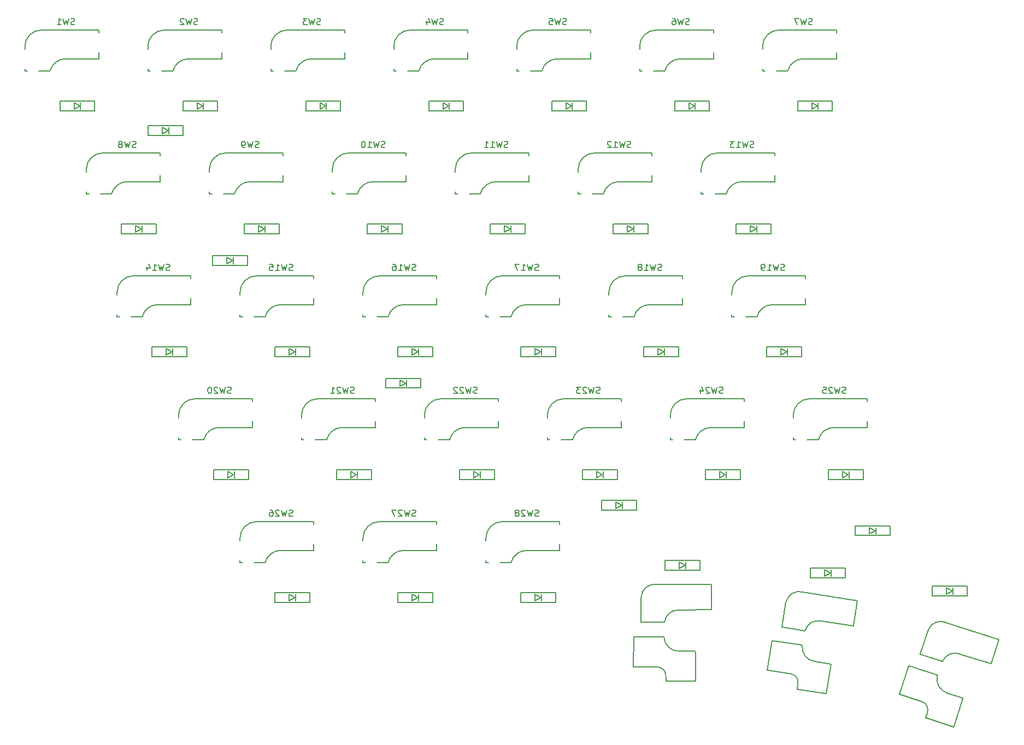
<source format=gbo>
%TF.GenerationSoftware,KiCad,Pcbnew,7.0.10*%
%TF.CreationDate,2024-02-19T14:02:23+09:00*%
%TF.ProjectId,keyball-row-staggered-left,6b657962-616c-46c2-9d72-6f772d737461,rev?*%
%TF.SameCoordinates,Original*%
%TF.FileFunction,Legend,Bot*%
%TF.FilePolarity,Positive*%
%FSLAX46Y46*%
G04 Gerber Fmt 4.6, Leading zero omitted, Abs format (unit mm)*
G04 Created by KiCad (PCBNEW 7.0.10) date 2024-02-19 14:02:23*
%MOMM*%
%LPD*%
G01*
G04 APERTURE LIST*
%ADD10C,0.150000*%
G04 APERTURE END LIST*
D10*
X39433332Y-39777200D02*
X39290475Y-39824819D01*
X39290475Y-39824819D02*
X39052380Y-39824819D01*
X39052380Y-39824819D02*
X38957142Y-39777200D01*
X38957142Y-39777200D02*
X38909523Y-39729580D01*
X38909523Y-39729580D02*
X38861904Y-39634342D01*
X38861904Y-39634342D02*
X38861904Y-39539104D01*
X38861904Y-39539104D02*
X38909523Y-39443866D01*
X38909523Y-39443866D02*
X38957142Y-39396247D01*
X38957142Y-39396247D02*
X39052380Y-39348628D01*
X39052380Y-39348628D02*
X39242856Y-39301009D01*
X39242856Y-39301009D02*
X39338094Y-39253390D01*
X39338094Y-39253390D02*
X39385713Y-39205771D01*
X39385713Y-39205771D02*
X39433332Y-39110533D01*
X39433332Y-39110533D02*
X39433332Y-39015295D01*
X39433332Y-39015295D02*
X39385713Y-38920057D01*
X39385713Y-38920057D02*
X39338094Y-38872438D01*
X39338094Y-38872438D02*
X39242856Y-38824819D01*
X39242856Y-38824819D02*
X39004761Y-38824819D01*
X39004761Y-38824819D02*
X38861904Y-38872438D01*
X38528570Y-38824819D02*
X38290475Y-39824819D01*
X38290475Y-39824819D02*
X38099999Y-39110533D01*
X38099999Y-39110533D02*
X37909523Y-39824819D01*
X37909523Y-39824819D02*
X37671428Y-38824819D01*
X37147618Y-39253390D02*
X37242856Y-39205771D01*
X37242856Y-39205771D02*
X37290475Y-39158152D01*
X37290475Y-39158152D02*
X37338094Y-39062914D01*
X37338094Y-39062914D02*
X37338094Y-39015295D01*
X37338094Y-39015295D02*
X37290475Y-38920057D01*
X37290475Y-38920057D02*
X37242856Y-38872438D01*
X37242856Y-38872438D02*
X37147618Y-38824819D01*
X37147618Y-38824819D02*
X36957142Y-38824819D01*
X36957142Y-38824819D02*
X36861904Y-38872438D01*
X36861904Y-38872438D02*
X36814285Y-38920057D01*
X36814285Y-38920057D02*
X36766666Y-39015295D01*
X36766666Y-39015295D02*
X36766666Y-39062914D01*
X36766666Y-39062914D02*
X36814285Y-39158152D01*
X36814285Y-39158152D02*
X36861904Y-39205771D01*
X36861904Y-39205771D02*
X36957142Y-39253390D01*
X36957142Y-39253390D02*
X37147618Y-39253390D01*
X37147618Y-39253390D02*
X37242856Y-39301009D01*
X37242856Y-39301009D02*
X37290475Y-39348628D01*
X37290475Y-39348628D02*
X37338094Y-39443866D01*
X37338094Y-39443866D02*
X37338094Y-39634342D01*
X37338094Y-39634342D02*
X37290475Y-39729580D01*
X37290475Y-39729580D02*
X37242856Y-39777200D01*
X37242856Y-39777200D02*
X37147618Y-39824819D01*
X37147618Y-39824819D02*
X36957142Y-39824819D01*
X36957142Y-39824819D02*
X36861904Y-39777200D01*
X36861904Y-39777200D02*
X36814285Y-39729580D01*
X36814285Y-39729580D02*
X36766666Y-39634342D01*
X36766666Y-39634342D02*
X36766666Y-39443866D01*
X36766666Y-39443866D02*
X36814285Y-39348628D01*
X36814285Y-39348628D02*
X36861904Y-39301009D01*
X36861904Y-39301009D02*
X36957142Y-39253390D01*
X63722023Y-96927200D02*
X63579166Y-96974819D01*
X63579166Y-96974819D02*
X63341071Y-96974819D01*
X63341071Y-96974819D02*
X63245833Y-96927200D01*
X63245833Y-96927200D02*
X63198214Y-96879580D01*
X63198214Y-96879580D02*
X63150595Y-96784342D01*
X63150595Y-96784342D02*
X63150595Y-96689104D01*
X63150595Y-96689104D02*
X63198214Y-96593866D01*
X63198214Y-96593866D02*
X63245833Y-96546247D01*
X63245833Y-96546247D02*
X63341071Y-96498628D01*
X63341071Y-96498628D02*
X63531547Y-96451009D01*
X63531547Y-96451009D02*
X63626785Y-96403390D01*
X63626785Y-96403390D02*
X63674404Y-96355771D01*
X63674404Y-96355771D02*
X63722023Y-96260533D01*
X63722023Y-96260533D02*
X63722023Y-96165295D01*
X63722023Y-96165295D02*
X63674404Y-96070057D01*
X63674404Y-96070057D02*
X63626785Y-96022438D01*
X63626785Y-96022438D02*
X63531547Y-95974819D01*
X63531547Y-95974819D02*
X63293452Y-95974819D01*
X63293452Y-95974819D02*
X63150595Y-96022438D01*
X62817261Y-95974819D02*
X62579166Y-96974819D01*
X62579166Y-96974819D02*
X62388690Y-96260533D01*
X62388690Y-96260533D02*
X62198214Y-96974819D01*
X62198214Y-96974819D02*
X61960119Y-95974819D01*
X61626785Y-96070057D02*
X61579166Y-96022438D01*
X61579166Y-96022438D02*
X61483928Y-95974819D01*
X61483928Y-95974819D02*
X61245833Y-95974819D01*
X61245833Y-95974819D02*
X61150595Y-96022438D01*
X61150595Y-96022438D02*
X61102976Y-96070057D01*
X61102976Y-96070057D02*
X61055357Y-96165295D01*
X61055357Y-96165295D02*
X61055357Y-96260533D01*
X61055357Y-96260533D02*
X61102976Y-96403390D01*
X61102976Y-96403390D02*
X61674404Y-96974819D01*
X61674404Y-96974819D02*
X61055357Y-96974819D01*
X60198214Y-95974819D02*
X60388690Y-95974819D01*
X60388690Y-95974819D02*
X60483928Y-96022438D01*
X60483928Y-96022438D02*
X60531547Y-96070057D01*
X60531547Y-96070057D02*
X60626785Y-96212914D01*
X60626785Y-96212914D02*
X60674404Y-96403390D01*
X60674404Y-96403390D02*
X60674404Y-96784342D01*
X60674404Y-96784342D02*
X60626785Y-96879580D01*
X60626785Y-96879580D02*
X60579166Y-96927200D01*
X60579166Y-96927200D02*
X60483928Y-96974819D01*
X60483928Y-96974819D02*
X60293452Y-96974819D01*
X60293452Y-96974819D02*
X60198214Y-96927200D01*
X60198214Y-96927200D02*
X60150595Y-96879580D01*
X60150595Y-96879580D02*
X60102976Y-96784342D01*
X60102976Y-96784342D02*
X60102976Y-96546247D01*
X60102976Y-96546247D02*
X60150595Y-96451009D01*
X60150595Y-96451009D02*
X60198214Y-96403390D01*
X60198214Y-96403390D02*
X60293452Y-96355771D01*
X60293452Y-96355771D02*
X60483928Y-96355771D01*
X60483928Y-96355771D02*
X60579166Y-96403390D01*
X60579166Y-96403390D02*
X60626785Y-96451009D01*
X60626785Y-96451009D02*
X60674404Y-96546247D01*
X130397023Y-77877200D02*
X130254166Y-77924819D01*
X130254166Y-77924819D02*
X130016071Y-77924819D01*
X130016071Y-77924819D02*
X129920833Y-77877200D01*
X129920833Y-77877200D02*
X129873214Y-77829580D01*
X129873214Y-77829580D02*
X129825595Y-77734342D01*
X129825595Y-77734342D02*
X129825595Y-77639104D01*
X129825595Y-77639104D02*
X129873214Y-77543866D01*
X129873214Y-77543866D02*
X129920833Y-77496247D01*
X129920833Y-77496247D02*
X130016071Y-77448628D01*
X130016071Y-77448628D02*
X130206547Y-77401009D01*
X130206547Y-77401009D02*
X130301785Y-77353390D01*
X130301785Y-77353390D02*
X130349404Y-77305771D01*
X130349404Y-77305771D02*
X130397023Y-77210533D01*
X130397023Y-77210533D02*
X130397023Y-77115295D01*
X130397023Y-77115295D02*
X130349404Y-77020057D01*
X130349404Y-77020057D02*
X130301785Y-76972438D01*
X130301785Y-76972438D02*
X130206547Y-76924819D01*
X130206547Y-76924819D02*
X129968452Y-76924819D01*
X129968452Y-76924819D02*
X129825595Y-76972438D01*
X129492261Y-76924819D02*
X129254166Y-77924819D01*
X129254166Y-77924819D02*
X129063690Y-77210533D01*
X129063690Y-77210533D02*
X128873214Y-77924819D01*
X128873214Y-77924819D02*
X128635119Y-76924819D01*
X128301785Y-77020057D02*
X128254166Y-76972438D01*
X128254166Y-76972438D02*
X128158928Y-76924819D01*
X128158928Y-76924819D02*
X127920833Y-76924819D01*
X127920833Y-76924819D02*
X127825595Y-76972438D01*
X127825595Y-76972438D02*
X127777976Y-77020057D01*
X127777976Y-77020057D02*
X127730357Y-77115295D01*
X127730357Y-77115295D02*
X127730357Y-77210533D01*
X127730357Y-77210533D02*
X127777976Y-77353390D01*
X127777976Y-77353390D02*
X128349404Y-77924819D01*
X128349404Y-77924819D02*
X127730357Y-77924819D01*
X126873214Y-77258152D02*
X126873214Y-77924819D01*
X127111309Y-76877200D02*
X127349404Y-77591485D01*
X127349404Y-77591485D02*
X126730357Y-77591485D01*
X68008332Y-20727200D02*
X67865475Y-20774819D01*
X67865475Y-20774819D02*
X67627380Y-20774819D01*
X67627380Y-20774819D02*
X67532142Y-20727200D01*
X67532142Y-20727200D02*
X67484523Y-20679580D01*
X67484523Y-20679580D02*
X67436904Y-20584342D01*
X67436904Y-20584342D02*
X67436904Y-20489104D01*
X67436904Y-20489104D02*
X67484523Y-20393866D01*
X67484523Y-20393866D02*
X67532142Y-20346247D01*
X67532142Y-20346247D02*
X67627380Y-20298628D01*
X67627380Y-20298628D02*
X67817856Y-20251009D01*
X67817856Y-20251009D02*
X67913094Y-20203390D01*
X67913094Y-20203390D02*
X67960713Y-20155771D01*
X67960713Y-20155771D02*
X68008332Y-20060533D01*
X68008332Y-20060533D02*
X68008332Y-19965295D01*
X68008332Y-19965295D02*
X67960713Y-19870057D01*
X67960713Y-19870057D02*
X67913094Y-19822438D01*
X67913094Y-19822438D02*
X67817856Y-19774819D01*
X67817856Y-19774819D02*
X67579761Y-19774819D01*
X67579761Y-19774819D02*
X67436904Y-19822438D01*
X67103570Y-19774819D02*
X66865475Y-20774819D01*
X66865475Y-20774819D02*
X66674999Y-20060533D01*
X66674999Y-20060533D02*
X66484523Y-20774819D01*
X66484523Y-20774819D02*
X66246428Y-19774819D01*
X65960713Y-19774819D02*
X65341666Y-19774819D01*
X65341666Y-19774819D02*
X65674999Y-20155771D01*
X65674999Y-20155771D02*
X65532142Y-20155771D01*
X65532142Y-20155771D02*
X65436904Y-20203390D01*
X65436904Y-20203390D02*
X65389285Y-20251009D01*
X65389285Y-20251009D02*
X65341666Y-20346247D01*
X65341666Y-20346247D02*
X65341666Y-20584342D01*
X65341666Y-20584342D02*
X65389285Y-20679580D01*
X65389285Y-20679580D02*
X65436904Y-20727200D01*
X65436904Y-20727200D02*
X65532142Y-20774819D01*
X65532142Y-20774819D02*
X65817856Y-20774819D01*
X65817856Y-20774819D02*
X65913094Y-20727200D01*
X65913094Y-20727200D02*
X65960713Y-20679580D01*
X78009523Y-39777200D02*
X77866666Y-39824819D01*
X77866666Y-39824819D02*
X77628571Y-39824819D01*
X77628571Y-39824819D02*
X77533333Y-39777200D01*
X77533333Y-39777200D02*
X77485714Y-39729580D01*
X77485714Y-39729580D02*
X77438095Y-39634342D01*
X77438095Y-39634342D02*
X77438095Y-39539104D01*
X77438095Y-39539104D02*
X77485714Y-39443866D01*
X77485714Y-39443866D02*
X77533333Y-39396247D01*
X77533333Y-39396247D02*
X77628571Y-39348628D01*
X77628571Y-39348628D02*
X77819047Y-39301009D01*
X77819047Y-39301009D02*
X77914285Y-39253390D01*
X77914285Y-39253390D02*
X77961904Y-39205771D01*
X77961904Y-39205771D02*
X78009523Y-39110533D01*
X78009523Y-39110533D02*
X78009523Y-39015295D01*
X78009523Y-39015295D02*
X77961904Y-38920057D01*
X77961904Y-38920057D02*
X77914285Y-38872438D01*
X77914285Y-38872438D02*
X77819047Y-38824819D01*
X77819047Y-38824819D02*
X77580952Y-38824819D01*
X77580952Y-38824819D02*
X77438095Y-38872438D01*
X77104761Y-38824819D02*
X76866666Y-39824819D01*
X76866666Y-39824819D02*
X76676190Y-39110533D01*
X76676190Y-39110533D02*
X76485714Y-39824819D01*
X76485714Y-39824819D02*
X76247619Y-38824819D01*
X75342857Y-39824819D02*
X75914285Y-39824819D01*
X75628571Y-39824819D02*
X75628571Y-38824819D01*
X75628571Y-38824819D02*
X75723809Y-38967676D01*
X75723809Y-38967676D02*
X75819047Y-39062914D01*
X75819047Y-39062914D02*
X75914285Y-39110533D01*
X74723809Y-38824819D02*
X74628571Y-38824819D01*
X74628571Y-38824819D02*
X74533333Y-38872438D01*
X74533333Y-38872438D02*
X74485714Y-38920057D01*
X74485714Y-38920057D02*
X74438095Y-39015295D01*
X74438095Y-39015295D02*
X74390476Y-39205771D01*
X74390476Y-39205771D02*
X74390476Y-39443866D01*
X74390476Y-39443866D02*
X74438095Y-39634342D01*
X74438095Y-39634342D02*
X74485714Y-39729580D01*
X74485714Y-39729580D02*
X74533333Y-39777200D01*
X74533333Y-39777200D02*
X74628571Y-39824819D01*
X74628571Y-39824819D02*
X74723809Y-39824819D01*
X74723809Y-39824819D02*
X74819047Y-39777200D01*
X74819047Y-39777200D02*
X74866666Y-39729580D01*
X74866666Y-39729580D02*
X74914285Y-39634342D01*
X74914285Y-39634342D02*
X74961904Y-39443866D01*
X74961904Y-39443866D02*
X74961904Y-39205771D01*
X74961904Y-39205771D02*
X74914285Y-39015295D01*
X74914285Y-39015295D02*
X74866666Y-38920057D01*
X74866666Y-38920057D02*
X74819047Y-38872438D01*
X74819047Y-38872438D02*
X74723809Y-38824819D01*
X144208332Y-20727200D02*
X144065475Y-20774819D01*
X144065475Y-20774819D02*
X143827380Y-20774819D01*
X143827380Y-20774819D02*
X143732142Y-20727200D01*
X143732142Y-20727200D02*
X143684523Y-20679580D01*
X143684523Y-20679580D02*
X143636904Y-20584342D01*
X143636904Y-20584342D02*
X143636904Y-20489104D01*
X143636904Y-20489104D02*
X143684523Y-20393866D01*
X143684523Y-20393866D02*
X143732142Y-20346247D01*
X143732142Y-20346247D02*
X143827380Y-20298628D01*
X143827380Y-20298628D02*
X144017856Y-20251009D01*
X144017856Y-20251009D02*
X144113094Y-20203390D01*
X144113094Y-20203390D02*
X144160713Y-20155771D01*
X144160713Y-20155771D02*
X144208332Y-20060533D01*
X144208332Y-20060533D02*
X144208332Y-19965295D01*
X144208332Y-19965295D02*
X144160713Y-19870057D01*
X144160713Y-19870057D02*
X144113094Y-19822438D01*
X144113094Y-19822438D02*
X144017856Y-19774819D01*
X144017856Y-19774819D02*
X143779761Y-19774819D01*
X143779761Y-19774819D02*
X143636904Y-19822438D01*
X143303570Y-19774819D02*
X143065475Y-20774819D01*
X143065475Y-20774819D02*
X142874999Y-20060533D01*
X142874999Y-20060533D02*
X142684523Y-20774819D01*
X142684523Y-20774819D02*
X142446428Y-19774819D01*
X142160713Y-19774819D02*
X141494047Y-19774819D01*
X141494047Y-19774819D02*
X141922618Y-20774819D01*
X63722023Y-58827200D02*
X63579166Y-58874819D01*
X63579166Y-58874819D02*
X63341071Y-58874819D01*
X63341071Y-58874819D02*
X63245833Y-58827200D01*
X63245833Y-58827200D02*
X63198214Y-58779580D01*
X63198214Y-58779580D02*
X63150595Y-58684342D01*
X63150595Y-58684342D02*
X63150595Y-58589104D01*
X63150595Y-58589104D02*
X63198214Y-58493866D01*
X63198214Y-58493866D02*
X63245833Y-58446247D01*
X63245833Y-58446247D02*
X63341071Y-58398628D01*
X63341071Y-58398628D02*
X63531547Y-58351009D01*
X63531547Y-58351009D02*
X63626785Y-58303390D01*
X63626785Y-58303390D02*
X63674404Y-58255771D01*
X63674404Y-58255771D02*
X63722023Y-58160533D01*
X63722023Y-58160533D02*
X63722023Y-58065295D01*
X63722023Y-58065295D02*
X63674404Y-57970057D01*
X63674404Y-57970057D02*
X63626785Y-57922438D01*
X63626785Y-57922438D02*
X63531547Y-57874819D01*
X63531547Y-57874819D02*
X63293452Y-57874819D01*
X63293452Y-57874819D02*
X63150595Y-57922438D01*
X62817261Y-57874819D02*
X62579166Y-58874819D01*
X62579166Y-58874819D02*
X62388690Y-58160533D01*
X62388690Y-58160533D02*
X62198214Y-58874819D01*
X62198214Y-58874819D02*
X61960119Y-57874819D01*
X61055357Y-58874819D02*
X61626785Y-58874819D01*
X61341071Y-58874819D02*
X61341071Y-57874819D01*
X61341071Y-57874819D02*
X61436309Y-58017676D01*
X61436309Y-58017676D02*
X61531547Y-58112914D01*
X61531547Y-58112914D02*
X61626785Y-58160533D01*
X60150595Y-57874819D02*
X60626785Y-57874819D01*
X60626785Y-57874819D02*
X60674404Y-58351009D01*
X60674404Y-58351009D02*
X60626785Y-58303390D01*
X60626785Y-58303390D02*
X60531547Y-58255771D01*
X60531547Y-58255771D02*
X60293452Y-58255771D01*
X60293452Y-58255771D02*
X60198214Y-58303390D01*
X60198214Y-58303390D02*
X60150595Y-58351009D01*
X60150595Y-58351009D02*
X60102976Y-58446247D01*
X60102976Y-58446247D02*
X60102976Y-58684342D01*
X60102976Y-58684342D02*
X60150595Y-58779580D01*
X60150595Y-58779580D02*
X60198214Y-58827200D01*
X60198214Y-58827200D02*
X60293452Y-58874819D01*
X60293452Y-58874819D02*
X60531547Y-58874819D01*
X60531547Y-58874819D02*
X60626785Y-58827200D01*
X60626785Y-58827200D02*
X60674404Y-58779580D01*
X116109523Y-39777200D02*
X115966666Y-39824819D01*
X115966666Y-39824819D02*
X115728571Y-39824819D01*
X115728571Y-39824819D02*
X115633333Y-39777200D01*
X115633333Y-39777200D02*
X115585714Y-39729580D01*
X115585714Y-39729580D02*
X115538095Y-39634342D01*
X115538095Y-39634342D02*
X115538095Y-39539104D01*
X115538095Y-39539104D02*
X115585714Y-39443866D01*
X115585714Y-39443866D02*
X115633333Y-39396247D01*
X115633333Y-39396247D02*
X115728571Y-39348628D01*
X115728571Y-39348628D02*
X115919047Y-39301009D01*
X115919047Y-39301009D02*
X116014285Y-39253390D01*
X116014285Y-39253390D02*
X116061904Y-39205771D01*
X116061904Y-39205771D02*
X116109523Y-39110533D01*
X116109523Y-39110533D02*
X116109523Y-39015295D01*
X116109523Y-39015295D02*
X116061904Y-38920057D01*
X116061904Y-38920057D02*
X116014285Y-38872438D01*
X116014285Y-38872438D02*
X115919047Y-38824819D01*
X115919047Y-38824819D02*
X115680952Y-38824819D01*
X115680952Y-38824819D02*
X115538095Y-38872438D01*
X115204761Y-38824819D02*
X114966666Y-39824819D01*
X114966666Y-39824819D02*
X114776190Y-39110533D01*
X114776190Y-39110533D02*
X114585714Y-39824819D01*
X114585714Y-39824819D02*
X114347619Y-38824819D01*
X113442857Y-39824819D02*
X114014285Y-39824819D01*
X113728571Y-39824819D02*
X113728571Y-38824819D01*
X113728571Y-38824819D02*
X113823809Y-38967676D01*
X113823809Y-38967676D02*
X113919047Y-39062914D01*
X113919047Y-39062914D02*
X114014285Y-39110533D01*
X113061904Y-38920057D02*
X113014285Y-38872438D01*
X113014285Y-38872438D02*
X112919047Y-38824819D01*
X112919047Y-38824819D02*
X112680952Y-38824819D01*
X112680952Y-38824819D02*
X112585714Y-38872438D01*
X112585714Y-38872438D02*
X112538095Y-38920057D01*
X112538095Y-38920057D02*
X112490476Y-39015295D01*
X112490476Y-39015295D02*
X112490476Y-39110533D01*
X112490476Y-39110533D02*
X112538095Y-39253390D01*
X112538095Y-39253390D02*
X113109523Y-39824819D01*
X113109523Y-39824819D02*
X112490476Y-39824819D01*
X101822023Y-96927200D02*
X101679166Y-96974819D01*
X101679166Y-96974819D02*
X101441071Y-96974819D01*
X101441071Y-96974819D02*
X101345833Y-96927200D01*
X101345833Y-96927200D02*
X101298214Y-96879580D01*
X101298214Y-96879580D02*
X101250595Y-96784342D01*
X101250595Y-96784342D02*
X101250595Y-96689104D01*
X101250595Y-96689104D02*
X101298214Y-96593866D01*
X101298214Y-96593866D02*
X101345833Y-96546247D01*
X101345833Y-96546247D02*
X101441071Y-96498628D01*
X101441071Y-96498628D02*
X101631547Y-96451009D01*
X101631547Y-96451009D02*
X101726785Y-96403390D01*
X101726785Y-96403390D02*
X101774404Y-96355771D01*
X101774404Y-96355771D02*
X101822023Y-96260533D01*
X101822023Y-96260533D02*
X101822023Y-96165295D01*
X101822023Y-96165295D02*
X101774404Y-96070057D01*
X101774404Y-96070057D02*
X101726785Y-96022438D01*
X101726785Y-96022438D02*
X101631547Y-95974819D01*
X101631547Y-95974819D02*
X101393452Y-95974819D01*
X101393452Y-95974819D02*
X101250595Y-96022438D01*
X100917261Y-95974819D02*
X100679166Y-96974819D01*
X100679166Y-96974819D02*
X100488690Y-96260533D01*
X100488690Y-96260533D02*
X100298214Y-96974819D01*
X100298214Y-96974819D02*
X100060119Y-95974819D01*
X99726785Y-96070057D02*
X99679166Y-96022438D01*
X99679166Y-96022438D02*
X99583928Y-95974819D01*
X99583928Y-95974819D02*
X99345833Y-95974819D01*
X99345833Y-95974819D02*
X99250595Y-96022438D01*
X99250595Y-96022438D02*
X99202976Y-96070057D01*
X99202976Y-96070057D02*
X99155357Y-96165295D01*
X99155357Y-96165295D02*
X99155357Y-96260533D01*
X99155357Y-96260533D02*
X99202976Y-96403390D01*
X99202976Y-96403390D02*
X99774404Y-96974819D01*
X99774404Y-96974819D02*
X99155357Y-96974819D01*
X98583928Y-96403390D02*
X98679166Y-96355771D01*
X98679166Y-96355771D02*
X98726785Y-96308152D01*
X98726785Y-96308152D02*
X98774404Y-96212914D01*
X98774404Y-96212914D02*
X98774404Y-96165295D01*
X98774404Y-96165295D02*
X98726785Y-96070057D01*
X98726785Y-96070057D02*
X98679166Y-96022438D01*
X98679166Y-96022438D02*
X98583928Y-95974819D01*
X98583928Y-95974819D02*
X98393452Y-95974819D01*
X98393452Y-95974819D02*
X98298214Y-96022438D01*
X98298214Y-96022438D02*
X98250595Y-96070057D01*
X98250595Y-96070057D02*
X98202976Y-96165295D01*
X98202976Y-96165295D02*
X98202976Y-96212914D01*
X98202976Y-96212914D02*
X98250595Y-96308152D01*
X98250595Y-96308152D02*
X98298214Y-96355771D01*
X98298214Y-96355771D02*
X98393452Y-96403390D01*
X98393452Y-96403390D02*
X98583928Y-96403390D01*
X98583928Y-96403390D02*
X98679166Y-96451009D01*
X98679166Y-96451009D02*
X98726785Y-96498628D01*
X98726785Y-96498628D02*
X98774404Y-96593866D01*
X98774404Y-96593866D02*
X98774404Y-96784342D01*
X98774404Y-96784342D02*
X98726785Y-96879580D01*
X98726785Y-96879580D02*
X98679166Y-96927200D01*
X98679166Y-96927200D02*
X98583928Y-96974819D01*
X98583928Y-96974819D02*
X98393452Y-96974819D01*
X98393452Y-96974819D02*
X98298214Y-96927200D01*
X98298214Y-96927200D02*
X98250595Y-96879580D01*
X98250595Y-96879580D02*
X98202976Y-96784342D01*
X98202976Y-96784342D02*
X98202976Y-96593866D01*
X98202976Y-96593866D02*
X98250595Y-96498628D01*
X98250595Y-96498628D02*
X98298214Y-96451009D01*
X98298214Y-96451009D02*
X98393452Y-96403390D01*
X73247023Y-77877200D02*
X73104166Y-77924819D01*
X73104166Y-77924819D02*
X72866071Y-77924819D01*
X72866071Y-77924819D02*
X72770833Y-77877200D01*
X72770833Y-77877200D02*
X72723214Y-77829580D01*
X72723214Y-77829580D02*
X72675595Y-77734342D01*
X72675595Y-77734342D02*
X72675595Y-77639104D01*
X72675595Y-77639104D02*
X72723214Y-77543866D01*
X72723214Y-77543866D02*
X72770833Y-77496247D01*
X72770833Y-77496247D02*
X72866071Y-77448628D01*
X72866071Y-77448628D02*
X73056547Y-77401009D01*
X73056547Y-77401009D02*
X73151785Y-77353390D01*
X73151785Y-77353390D02*
X73199404Y-77305771D01*
X73199404Y-77305771D02*
X73247023Y-77210533D01*
X73247023Y-77210533D02*
X73247023Y-77115295D01*
X73247023Y-77115295D02*
X73199404Y-77020057D01*
X73199404Y-77020057D02*
X73151785Y-76972438D01*
X73151785Y-76972438D02*
X73056547Y-76924819D01*
X73056547Y-76924819D02*
X72818452Y-76924819D01*
X72818452Y-76924819D02*
X72675595Y-76972438D01*
X72342261Y-76924819D02*
X72104166Y-77924819D01*
X72104166Y-77924819D02*
X71913690Y-77210533D01*
X71913690Y-77210533D02*
X71723214Y-77924819D01*
X71723214Y-77924819D02*
X71485119Y-76924819D01*
X71151785Y-77020057D02*
X71104166Y-76972438D01*
X71104166Y-76972438D02*
X71008928Y-76924819D01*
X71008928Y-76924819D02*
X70770833Y-76924819D01*
X70770833Y-76924819D02*
X70675595Y-76972438D01*
X70675595Y-76972438D02*
X70627976Y-77020057D01*
X70627976Y-77020057D02*
X70580357Y-77115295D01*
X70580357Y-77115295D02*
X70580357Y-77210533D01*
X70580357Y-77210533D02*
X70627976Y-77353390D01*
X70627976Y-77353390D02*
X71199404Y-77924819D01*
X71199404Y-77924819D02*
X70580357Y-77924819D01*
X69627976Y-77924819D02*
X70199404Y-77924819D01*
X69913690Y-77924819D02*
X69913690Y-76924819D01*
X69913690Y-76924819D02*
X70008928Y-77067676D01*
X70008928Y-77067676D02*
X70104166Y-77162914D01*
X70104166Y-77162914D02*
X70199404Y-77210533D01*
X48958332Y-20727200D02*
X48815475Y-20774819D01*
X48815475Y-20774819D02*
X48577380Y-20774819D01*
X48577380Y-20774819D02*
X48482142Y-20727200D01*
X48482142Y-20727200D02*
X48434523Y-20679580D01*
X48434523Y-20679580D02*
X48386904Y-20584342D01*
X48386904Y-20584342D02*
X48386904Y-20489104D01*
X48386904Y-20489104D02*
X48434523Y-20393866D01*
X48434523Y-20393866D02*
X48482142Y-20346247D01*
X48482142Y-20346247D02*
X48577380Y-20298628D01*
X48577380Y-20298628D02*
X48767856Y-20251009D01*
X48767856Y-20251009D02*
X48863094Y-20203390D01*
X48863094Y-20203390D02*
X48910713Y-20155771D01*
X48910713Y-20155771D02*
X48958332Y-20060533D01*
X48958332Y-20060533D02*
X48958332Y-19965295D01*
X48958332Y-19965295D02*
X48910713Y-19870057D01*
X48910713Y-19870057D02*
X48863094Y-19822438D01*
X48863094Y-19822438D02*
X48767856Y-19774819D01*
X48767856Y-19774819D02*
X48529761Y-19774819D01*
X48529761Y-19774819D02*
X48386904Y-19822438D01*
X48053570Y-19774819D02*
X47815475Y-20774819D01*
X47815475Y-20774819D02*
X47624999Y-20060533D01*
X47624999Y-20060533D02*
X47434523Y-20774819D01*
X47434523Y-20774819D02*
X47196428Y-19774819D01*
X46863094Y-19870057D02*
X46815475Y-19822438D01*
X46815475Y-19822438D02*
X46720237Y-19774819D01*
X46720237Y-19774819D02*
X46482142Y-19774819D01*
X46482142Y-19774819D02*
X46386904Y-19822438D01*
X46386904Y-19822438D02*
X46339285Y-19870057D01*
X46339285Y-19870057D02*
X46291666Y-19965295D01*
X46291666Y-19965295D02*
X46291666Y-20060533D01*
X46291666Y-20060533D02*
X46339285Y-20203390D01*
X46339285Y-20203390D02*
X46910713Y-20774819D01*
X46910713Y-20774819D02*
X46291666Y-20774819D01*
X87058332Y-20727200D02*
X86915475Y-20774819D01*
X86915475Y-20774819D02*
X86677380Y-20774819D01*
X86677380Y-20774819D02*
X86582142Y-20727200D01*
X86582142Y-20727200D02*
X86534523Y-20679580D01*
X86534523Y-20679580D02*
X86486904Y-20584342D01*
X86486904Y-20584342D02*
X86486904Y-20489104D01*
X86486904Y-20489104D02*
X86534523Y-20393866D01*
X86534523Y-20393866D02*
X86582142Y-20346247D01*
X86582142Y-20346247D02*
X86677380Y-20298628D01*
X86677380Y-20298628D02*
X86867856Y-20251009D01*
X86867856Y-20251009D02*
X86963094Y-20203390D01*
X86963094Y-20203390D02*
X87010713Y-20155771D01*
X87010713Y-20155771D02*
X87058332Y-20060533D01*
X87058332Y-20060533D02*
X87058332Y-19965295D01*
X87058332Y-19965295D02*
X87010713Y-19870057D01*
X87010713Y-19870057D02*
X86963094Y-19822438D01*
X86963094Y-19822438D02*
X86867856Y-19774819D01*
X86867856Y-19774819D02*
X86629761Y-19774819D01*
X86629761Y-19774819D02*
X86486904Y-19822438D01*
X86153570Y-19774819D02*
X85915475Y-20774819D01*
X85915475Y-20774819D02*
X85724999Y-20060533D01*
X85724999Y-20060533D02*
X85534523Y-20774819D01*
X85534523Y-20774819D02*
X85296428Y-19774819D01*
X84486904Y-20108152D02*
X84486904Y-20774819D01*
X84724999Y-19727200D02*
X84963094Y-20441485D01*
X84963094Y-20441485D02*
X84344047Y-20441485D01*
X149447023Y-77877200D02*
X149304166Y-77924819D01*
X149304166Y-77924819D02*
X149066071Y-77924819D01*
X149066071Y-77924819D02*
X148970833Y-77877200D01*
X148970833Y-77877200D02*
X148923214Y-77829580D01*
X148923214Y-77829580D02*
X148875595Y-77734342D01*
X148875595Y-77734342D02*
X148875595Y-77639104D01*
X148875595Y-77639104D02*
X148923214Y-77543866D01*
X148923214Y-77543866D02*
X148970833Y-77496247D01*
X148970833Y-77496247D02*
X149066071Y-77448628D01*
X149066071Y-77448628D02*
X149256547Y-77401009D01*
X149256547Y-77401009D02*
X149351785Y-77353390D01*
X149351785Y-77353390D02*
X149399404Y-77305771D01*
X149399404Y-77305771D02*
X149447023Y-77210533D01*
X149447023Y-77210533D02*
X149447023Y-77115295D01*
X149447023Y-77115295D02*
X149399404Y-77020057D01*
X149399404Y-77020057D02*
X149351785Y-76972438D01*
X149351785Y-76972438D02*
X149256547Y-76924819D01*
X149256547Y-76924819D02*
X149018452Y-76924819D01*
X149018452Y-76924819D02*
X148875595Y-76972438D01*
X148542261Y-76924819D02*
X148304166Y-77924819D01*
X148304166Y-77924819D02*
X148113690Y-77210533D01*
X148113690Y-77210533D02*
X147923214Y-77924819D01*
X147923214Y-77924819D02*
X147685119Y-76924819D01*
X147351785Y-77020057D02*
X147304166Y-76972438D01*
X147304166Y-76972438D02*
X147208928Y-76924819D01*
X147208928Y-76924819D02*
X146970833Y-76924819D01*
X146970833Y-76924819D02*
X146875595Y-76972438D01*
X146875595Y-76972438D02*
X146827976Y-77020057D01*
X146827976Y-77020057D02*
X146780357Y-77115295D01*
X146780357Y-77115295D02*
X146780357Y-77210533D01*
X146780357Y-77210533D02*
X146827976Y-77353390D01*
X146827976Y-77353390D02*
X147399404Y-77924819D01*
X147399404Y-77924819D02*
X146780357Y-77924819D01*
X145875595Y-76924819D02*
X146351785Y-76924819D01*
X146351785Y-76924819D02*
X146399404Y-77401009D01*
X146399404Y-77401009D02*
X146351785Y-77353390D01*
X146351785Y-77353390D02*
X146256547Y-77305771D01*
X146256547Y-77305771D02*
X146018452Y-77305771D01*
X146018452Y-77305771D02*
X145923214Y-77353390D01*
X145923214Y-77353390D02*
X145875595Y-77401009D01*
X145875595Y-77401009D02*
X145827976Y-77496247D01*
X145827976Y-77496247D02*
X145827976Y-77734342D01*
X145827976Y-77734342D02*
X145875595Y-77829580D01*
X145875595Y-77829580D02*
X145923214Y-77877200D01*
X145923214Y-77877200D02*
X146018452Y-77924819D01*
X146018452Y-77924819D02*
X146256547Y-77924819D01*
X146256547Y-77924819D02*
X146351785Y-77877200D01*
X146351785Y-77877200D02*
X146399404Y-77829580D01*
X58483332Y-39777200D02*
X58340475Y-39824819D01*
X58340475Y-39824819D02*
X58102380Y-39824819D01*
X58102380Y-39824819D02*
X58007142Y-39777200D01*
X58007142Y-39777200D02*
X57959523Y-39729580D01*
X57959523Y-39729580D02*
X57911904Y-39634342D01*
X57911904Y-39634342D02*
X57911904Y-39539104D01*
X57911904Y-39539104D02*
X57959523Y-39443866D01*
X57959523Y-39443866D02*
X58007142Y-39396247D01*
X58007142Y-39396247D02*
X58102380Y-39348628D01*
X58102380Y-39348628D02*
X58292856Y-39301009D01*
X58292856Y-39301009D02*
X58388094Y-39253390D01*
X58388094Y-39253390D02*
X58435713Y-39205771D01*
X58435713Y-39205771D02*
X58483332Y-39110533D01*
X58483332Y-39110533D02*
X58483332Y-39015295D01*
X58483332Y-39015295D02*
X58435713Y-38920057D01*
X58435713Y-38920057D02*
X58388094Y-38872438D01*
X58388094Y-38872438D02*
X58292856Y-38824819D01*
X58292856Y-38824819D02*
X58054761Y-38824819D01*
X58054761Y-38824819D02*
X57911904Y-38872438D01*
X57578570Y-38824819D02*
X57340475Y-39824819D01*
X57340475Y-39824819D02*
X57149999Y-39110533D01*
X57149999Y-39110533D02*
X56959523Y-39824819D01*
X56959523Y-39824819D02*
X56721428Y-38824819D01*
X56292856Y-39824819D02*
X56102380Y-39824819D01*
X56102380Y-39824819D02*
X56007142Y-39777200D01*
X56007142Y-39777200D02*
X55959523Y-39729580D01*
X55959523Y-39729580D02*
X55864285Y-39586723D01*
X55864285Y-39586723D02*
X55816666Y-39396247D01*
X55816666Y-39396247D02*
X55816666Y-39015295D01*
X55816666Y-39015295D02*
X55864285Y-38920057D01*
X55864285Y-38920057D02*
X55911904Y-38872438D01*
X55911904Y-38872438D02*
X56007142Y-38824819D01*
X56007142Y-38824819D02*
X56197618Y-38824819D01*
X56197618Y-38824819D02*
X56292856Y-38872438D01*
X56292856Y-38872438D02*
X56340475Y-38920057D01*
X56340475Y-38920057D02*
X56388094Y-39015295D01*
X56388094Y-39015295D02*
X56388094Y-39253390D01*
X56388094Y-39253390D02*
X56340475Y-39348628D01*
X56340475Y-39348628D02*
X56292856Y-39396247D01*
X56292856Y-39396247D02*
X56197618Y-39443866D01*
X56197618Y-39443866D02*
X56007142Y-39443866D01*
X56007142Y-39443866D02*
X55911904Y-39396247D01*
X55911904Y-39396247D02*
X55864285Y-39348628D01*
X55864285Y-39348628D02*
X55816666Y-39253390D01*
X101822023Y-58827200D02*
X101679166Y-58874819D01*
X101679166Y-58874819D02*
X101441071Y-58874819D01*
X101441071Y-58874819D02*
X101345833Y-58827200D01*
X101345833Y-58827200D02*
X101298214Y-58779580D01*
X101298214Y-58779580D02*
X101250595Y-58684342D01*
X101250595Y-58684342D02*
X101250595Y-58589104D01*
X101250595Y-58589104D02*
X101298214Y-58493866D01*
X101298214Y-58493866D02*
X101345833Y-58446247D01*
X101345833Y-58446247D02*
X101441071Y-58398628D01*
X101441071Y-58398628D02*
X101631547Y-58351009D01*
X101631547Y-58351009D02*
X101726785Y-58303390D01*
X101726785Y-58303390D02*
X101774404Y-58255771D01*
X101774404Y-58255771D02*
X101822023Y-58160533D01*
X101822023Y-58160533D02*
X101822023Y-58065295D01*
X101822023Y-58065295D02*
X101774404Y-57970057D01*
X101774404Y-57970057D02*
X101726785Y-57922438D01*
X101726785Y-57922438D02*
X101631547Y-57874819D01*
X101631547Y-57874819D02*
X101393452Y-57874819D01*
X101393452Y-57874819D02*
X101250595Y-57922438D01*
X100917261Y-57874819D02*
X100679166Y-58874819D01*
X100679166Y-58874819D02*
X100488690Y-58160533D01*
X100488690Y-58160533D02*
X100298214Y-58874819D01*
X100298214Y-58874819D02*
X100060119Y-57874819D01*
X99155357Y-58874819D02*
X99726785Y-58874819D01*
X99441071Y-58874819D02*
X99441071Y-57874819D01*
X99441071Y-57874819D02*
X99536309Y-58017676D01*
X99536309Y-58017676D02*
X99631547Y-58112914D01*
X99631547Y-58112914D02*
X99726785Y-58160533D01*
X98822023Y-57874819D02*
X98155357Y-57874819D01*
X98155357Y-57874819D02*
X98583928Y-58874819D01*
X120872023Y-58827200D02*
X120729166Y-58874819D01*
X120729166Y-58874819D02*
X120491071Y-58874819D01*
X120491071Y-58874819D02*
X120395833Y-58827200D01*
X120395833Y-58827200D02*
X120348214Y-58779580D01*
X120348214Y-58779580D02*
X120300595Y-58684342D01*
X120300595Y-58684342D02*
X120300595Y-58589104D01*
X120300595Y-58589104D02*
X120348214Y-58493866D01*
X120348214Y-58493866D02*
X120395833Y-58446247D01*
X120395833Y-58446247D02*
X120491071Y-58398628D01*
X120491071Y-58398628D02*
X120681547Y-58351009D01*
X120681547Y-58351009D02*
X120776785Y-58303390D01*
X120776785Y-58303390D02*
X120824404Y-58255771D01*
X120824404Y-58255771D02*
X120872023Y-58160533D01*
X120872023Y-58160533D02*
X120872023Y-58065295D01*
X120872023Y-58065295D02*
X120824404Y-57970057D01*
X120824404Y-57970057D02*
X120776785Y-57922438D01*
X120776785Y-57922438D02*
X120681547Y-57874819D01*
X120681547Y-57874819D02*
X120443452Y-57874819D01*
X120443452Y-57874819D02*
X120300595Y-57922438D01*
X119967261Y-57874819D02*
X119729166Y-58874819D01*
X119729166Y-58874819D02*
X119538690Y-58160533D01*
X119538690Y-58160533D02*
X119348214Y-58874819D01*
X119348214Y-58874819D02*
X119110119Y-57874819D01*
X118205357Y-58874819D02*
X118776785Y-58874819D01*
X118491071Y-58874819D02*
X118491071Y-57874819D01*
X118491071Y-57874819D02*
X118586309Y-58017676D01*
X118586309Y-58017676D02*
X118681547Y-58112914D01*
X118681547Y-58112914D02*
X118776785Y-58160533D01*
X117633928Y-58303390D02*
X117729166Y-58255771D01*
X117729166Y-58255771D02*
X117776785Y-58208152D01*
X117776785Y-58208152D02*
X117824404Y-58112914D01*
X117824404Y-58112914D02*
X117824404Y-58065295D01*
X117824404Y-58065295D02*
X117776785Y-57970057D01*
X117776785Y-57970057D02*
X117729166Y-57922438D01*
X117729166Y-57922438D02*
X117633928Y-57874819D01*
X117633928Y-57874819D02*
X117443452Y-57874819D01*
X117443452Y-57874819D02*
X117348214Y-57922438D01*
X117348214Y-57922438D02*
X117300595Y-57970057D01*
X117300595Y-57970057D02*
X117252976Y-58065295D01*
X117252976Y-58065295D02*
X117252976Y-58112914D01*
X117252976Y-58112914D02*
X117300595Y-58208152D01*
X117300595Y-58208152D02*
X117348214Y-58255771D01*
X117348214Y-58255771D02*
X117443452Y-58303390D01*
X117443452Y-58303390D02*
X117633928Y-58303390D01*
X117633928Y-58303390D02*
X117729166Y-58351009D01*
X117729166Y-58351009D02*
X117776785Y-58398628D01*
X117776785Y-58398628D02*
X117824404Y-58493866D01*
X117824404Y-58493866D02*
X117824404Y-58684342D01*
X117824404Y-58684342D02*
X117776785Y-58779580D01*
X117776785Y-58779580D02*
X117729166Y-58827200D01*
X117729166Y-58827200D02*
X117633928Y-58874819D01*
X117633928Y-58874819D02*
X117443452Y-58874819D01*
X117443452Y-58874819D02*
X117348214Y-58827200D01*
X117348214Y-58827200D02*
X117300595Y-58779580D01*
X117300595Y-58779580D02*
X117252976Y-58684342D01*
X117252976Y-58684342D02*
X117252976Y-58493866D01*
X117252976Y-58493866D02*
X117300595Y-58398628D01*
X117300595Y-58398628D02*
X117348214Y-58351009D01*
X117348214Y-58351009D02*
X117443452Y-58303390D01*
X106108332Y-20727200D02*
X105965475Y-20774819D01*
X105965475Y-20774819D02*
X105727380Y-20774819D01*
X105727380Y-20774819D02*
X105632142Y-20727200D01*
X105632142Y-20727200D02*
X105584523Y-20679580D01*
X105584523Y-20679580D02*
X105536904Y-20584342D01*
X105536904Y-20584342D02*
X105536904Y-20489104D01*
X105536904Y-20489104D02*
X105584523Y-20393866D01*
X105584523Y-20393866D02*
X105632142Y-20346247D01*
X105632142Y-20346247D02*
X105727380Y-20298628D01*
X105727380Y-20298628D02*
X105917856Y-20251009D01*
X105917856Y-20251009D02*
X106013094Y-20203390D01*
X106013094Y-20203390D02*
X106060713Y-20155771D01*
X106060713Y-20155771D02*
X106108332Y-20060533D01*
X106108332Y-20060533D02*
X106108332Y-19965295D01*
X106108332Y-19965295D02*
X106060713Y-19870057D01*
X106060713Y-19870057D02*
X106013094Y-19822438D01*
X106013094Y-19822438D02*
X105917856Y-19774819D01*
X105917856Y-19774819D02*
X105679761Y-19774819D01*
X105679761Y-19774819D02*
X105536904Y-19822438D01*
X105203570Y-19774819D02*
X104965475Y-20774819D01*
X104965475Y-20774819D02*
X104774999Y-20060533D01*
X104774999Y-20060533D02*
X104584523Y-20774819D01*
X104584523Y-20774819D02*
X104346428Y-19774819D01*
X103489285Y-19774819D02*
X103965475Y-19774819D01*
X103965475Y-19774819D02*
X104013094Y-20251009D01*
X104013094Y-20251009D02*
X103965475Y-20203390D01*
X103965475Y-20203390D02*
X103870237Y-20155771D01*
X103870237Y-20155771D02*
X103632142Y-20155771D01*
X103632142Y-20155771D02*
X103536904Y-20203390D01*
X103536904Y-20203390D02*
X103489285Y-20251009D01*
X103489285Y-20251009D02*
X103441666Y-20346247D01*
X103441666Y-20346247D02*
X103441666Y-20584342D01*
X103441666Y-20584342D02*
X103489285Y-20679580D01*
X103489285Y-20679580D02*
X103536904Y-20727200D01*
X103536904Y-20727200D02*
X103632142Y-20774819D01*
X103632142Y-20774819D02*
X103870237Y-20774819D01*
X103870237Y-20774819D02*
X103965475Y-20727200D01*
X103965475Y-20727200D02*
X104013094Y-20679580D01*
X92297023Y-77877200D02*
X92154166Y-77924819D01*
X92154166Y-77924819D02*
X91916071Y-77924819D01*
X91916071Y-77924819D02*
X91820833Y-77877200D01*
X91820833Y-77877200D02*
X91773214Y-77829580D01*
X91773214Y-77829580D02*
X91725595Y-77734342D01*
X91725595Y-77734342D02*
X91725595Y-77639104D01*
X91725595Y-77639104D02*
X91773214Y-77543866D01*
X91773214Y-77543866D02*
X91820833Y-77496247D01*
X91820833Y-77496247D02*
X91916071Y-77448628D01*
X91916071Y-77448628D02*
X92106547Y-77401009D01*
X92106547Y-77401009D02*
X92201785Y-77353390D01*
X92201785Y-77353390D02*
X92249404Y-77305771D01*
X92249404Y-77305771D02*
X92297023Y-77210533D01*
X92297023Y-77210533D02*
X92297023Y-77115295D01*
X92297023Y-77115295D02*
X92249404Y-77020057D01*
X92249404Y-77020057D02*
X92201785Y-76972438D01*
X92201785Y-76972438D02*
X92106547Y-76924819D01*
X92106547Y-76924819D02*
X91868452Y-76924819D01*
X91868452Y-76924819D02*
X91725595Y-76972438D01*
X91392261Y-76924819D02*
X91154166Y-77924819D01*
X91154166Y-77924819D02*
X90963690Y-77210533D01*
X90963690Y-77210533D02*
X90773214Y-77924819D01*
X90773214Y-77924819D02*
X90535119Y-76924819D01*
X90201785Y-77020057D02*
X90154166Y-76972438D01*
X90154166Y-76972438D02*
X90058928Y-76924819D01*
X90058928Y-76924819D02*
X89820833Y-76924819D01*
X89820833Y-76924819D02*
X89725595Y-76972438D01*
X89725595Y-76972438D02*
X89677976Y-77020057D01*
X89677976Y-77020057D02*
X89630357Y-77115295D01*
X89630357Y-77115295D02*
X89630357Y-77210533D01*
X89630357Y-77210533D02*
X89677976Y-77353390D01*
X89677976Y-77353390D02*
X90249404Y-77924819D01*
X90249404Y-77924819D02*
X89630357Y-77924819D01*
X89249404Y-77020057D02*
X89201785Y-76972438D01*
X89201785Y-76972438D02*
X89106547Y-76924819D01*
X89106547Y-76924819D02*
X88868452Y-76924819D01*
X88868452Y-76924819D02*
X88773214Y-76972438D01*
X88773214Y-76972438D02*
X88725595Y-77020057D01*
X88725595Y-77020057D02*
X88677976Y-77115295D01*
X88677976Y-77115295D02*
X88677976Y-77210533D01*
X88677976Y-77210533D02*
X88725595Y-77353390D01*
X88725595Y-77353390D02*
X89297023Y-77924819D01*
X89297023Y-77924819D02*
X88677976Y-77924819D01*
X135159523Y-39777200D02*
X135016666Y-39824819D01*
X135016666Y-39824819D02*
X134778571Y-39824819D01*
X134778571Y-39824819D02*
X134683333Y-39777200D01*
X134683333Y-39777200D02*
X134635714Y-39729580D01*
X134635714Y-39729580D02*
X134588095Y-39634342D01*
X134588095Y-39634342D02*
X134588095Y-39539104D01*
X134588095Y-39539104D02*
X134635714Y-39443866D01*
X134635714Y-39443866D02*
X134683333Y-39396247D01*
X134683333Y-39396247D02*
X134778571Y-39348628D01*
X134778571Y-39348628D02*
X134969047Y-39301009D01*
X134969047Y-39301009D02*
X135064285Y-39253390D01*
X135064285Y-39253390D02*
X135111904Y-39205771D01*
X135111904Y-39205771D02*
X135159523Y-39110533D01*
X135159523Y-39110533D02*
X135159523Y-39015295D01*
X135159523Y-39015295D02*
X135111904Y-38920057D01*
X135111904Y-38920057D02*
X135064285Y-38872438D01*
X135064285Y-38872438D02*
X134969047Y-38824819D01*
X134969047Y-38824819D02*
X134730952Y-38824819D01*
X134730952Y-38824819D02*
X134588095Y-38872438D01*
X134254761Y-38824819D02*
X134016666Y-39824819D01*
X134016666Y-39824819D02*
X133826190Y-39110533D01*
X133826190Y-39110533D02*
X133635714Y-39824819D01*
X133635714Y-39824819D02*
X133397619Y-38824819D01*
X132492857Y-39824819D02*
X133064285Y-39824819D01*
X132778571Y-39824819D02*
X132778571Y-38824819D01*
X132778571Y-38824819D02*
X132873809Y-38967676D01*
X132873809Y-38967676D02*
X132969047Y-39062914D01*
X132969047Y-39062914D02*
X133064285Y-39110533D01*
X132159523Y-38824819D02*
X131540476Y-38824819D01*
X131540476Y-38824819D02*
X131873809Y-39205771D01*
X131873809Y-39205771D02*
X131730952Y-39205771D01*
X131730952Y-39205771D02*
X131635714Y-39253390D01*
X131635714Y-39253390D02*
X131588095Y-39301009D01*
X131588095Y-39301009D02*
X131540476Y-39396247D01*
X131540476Y-39396247D02*
X131540476Y-39634342D01*
X131540476Y-39634342D02*
X131588095Y-39729580D01*
X131588095Y-39729580D02*
X131635714Y-39777200D01*
X131635714Y-39777200D02*
X131730952Y-39824819D01*
X131730952Y-39824819D02*
X132016666Y-39824819D01*
X132016666Y-39824819D02*
X132111904Y-39777200D01*
X132111904Y-39777200D02*
X132159523Y-39729580D01*
X97059523Y-39777200D02*
X96916666Y-39824819D01*
X96916666Y-39824819D02*
X96678571Y-39824819D01*
X96678571Y-39824819D02*
X96583333Y-39777200D01*
X96583333Y-39777200D02*
X96535714Y-39729580D01*
X96535714Y-39729580D02*
X96488095Y-39634342D01*
X96488095Y-39634342D02*
X96488095Y-39539104D01*
X96488095Y-39539104D02*
X96535714Y-39443866D01*
X96535714Y-39443866D02*
X96583333Y-39396247D01*
X96583333Y-39396247D02*
X96678571Y-39348628D01*
X96678571Y-39348628D02*
X96869047Y-39301009D01*
X96869047Y-39301009D02*
X96964285Y-39253390D01*
X96964285Y-39253390D02*
X97011904Y-39205771D01*
X97011904Y-39205771D02*
X97059523Y-39110533D01*
X97059523Y-39110533D02*
X97059523Y-39015295D01*
X97059523Y-39015295D02*
X97011904Y-38920057D01*
X97011904Y-38920057D02*
X96964285Y-38872438D01*
X96964285Y-38872438D02*
X96869047Y-38824819D01*
X96869047Y-38824819D02*
X96630952Y-38824819D01*
X96630952Y-38824819D02*
X96488095Y-38872438D01*
X96154761Y-38824819D02*
X95916666Y-39824819D01*
X95916666Y-39824819D02*
X95726190Y-39110533D01*
X95726190Y-39110533D02*
X95535714Y-39824819D01*
X95535714Y-39824819D02*
X95297619Y-38824819D01*
X94392857Y-39824819D02*
X94964285Y-39824819D01*
X94678571Y-39824819D02*
X94678571Y-38824819D01*
X94678571Y-38824819D02*
X94773809Y-38967676D01*
X94773809Y-38967676D02*
X94869047Y-39062914D01*
X94869047Y-39062914D02*
X94964285Y-39110533D01*
X93440476Y-39824819D02*
X94011904Y-39824819D01*
X93726190Y-39824819D02*
X93726190Y-38824819D01*
X93726190Y-38824819D02*
X93821428Y-38967676D01*
X93821428Y-38967676D02*
X93916666Y-39062914D01*
X93916666Y-39062914D02*
X94011904Y-39110533D01*
X111347023Y-77877200D02*
X111204166Y-77924819D01*
X111204166Y-77924819D02*
X110966071Y-77924819D01*
X110966071Y-77924819D02*
X110870833Y-77877200D01*
X110870833Y-77877200D02*
X110823214Y-77829580D01*
X110823214Y-77829580D02*
X110775595Y-77734342D01*
X110775595Y-77734342D02*
X110775595Y-77639104D01*
X110775595Y-77639104D02*
X110823214Y-77543866D01*
X110823214Y-77543866D02*
X110870833Y-77496247D01*
X110870833Y-77496247D02*
X110966071Y-77448628D01*
X110966071Y-77448628D02*
X111156547Y-77401009D01*
X111156547Y-77401009D02*
X111251785Y-77353390D01*
X111251785Y-77353390D02*
X111299404Y-77305771D01*
X111299404Y-77305771D02*
X111347023Y-77210533D01*
X111347023Y-77210533D02*
X111347023Y-77115295D01*
X111347023Y-77115295D02*
X111299404Y-77020057D01*
X111299404Y-77020057D02*
X111251785Y-76972438D01*
X111251785Y-76972438D02*
X111156547Y-76924819D01*
X111156547Y-76924819D02*
X110918452Y-76924819D01*
X110918452Y-76924819D02*
X110775595Y-76972438D01*
X110442261Y-76924819D02*
X110204166Y-77924819D01*
X110204166Y-77924819D02*
X110013690Y-77210533D01*
X110013690Y-77210533D02*
X109823214Y-77924819D01*
X109823214Y-77924819D02*
X109585119Y-76924819D01*
X109251785Y-77020057D02*
X109204166Y-76972438D01*
X109204166Y-76972438D02*
X109108928Y-76924819D01*
X109108928Y-76924819D02*
X108870833Y-76924819D01*
X108870833Y-76924819D02*
X108775595Y-76972438D01*
X108775595Y-76972438D02*
X108727976Y-77020057D01*
X108727976Y-77020057D02*
X108680357Y-77115295D01*
X108680357Y-77115295D02*
X108680357Y-77210533D01*
X108680357Y-77210533D02*
X108727976Y-77353390D01*
X108727976Y-77353390D02*
X109299404Y-77924819D01*
X109299404Y-77924819D02*
X108680357Y-77924819D01*
X108347023Y-76924819D02*
X107727976Y-76924819D01*
X107727976Y-76924819D02*
X108061309Y-77305771D01*
X108061309Y-77305771D02*
X107918452Y-77305771D01*
X107918452Y-77305771D02*
X107823214Y-77353390D01*
X107823214Y-77353390D02*
X107775595Y-77401009D01*
X107775595Y-77401009D02*
X107727976Y-77496247D01*
X107727976Y-77496247D02*
X107727976Y-77734342D01*
X107727976Y-77734342D02*
X107775595Y-77829580D01*
X107775595Y-77829580D02*
X107823214Y-77877200D01*
X107823214Y-77877200D02*
X107918452Y-77924819D01*
X107918452Y-77924819D02*
X108204166Y-77924819D01*
X108204166Y-77924819D02*
X108299404Y-77877200D01*
X108299404Y-77877200D02*
X108347023Y-77829580D01*
X82772023Y-96927200D02*
X82629166Y-96974819D01*
X82629166Y-96974819D02*
X82391071Y-96974819D01*
X82391071Y-96974819D02*
X82295833Y-96927200D01*
X82295833Y-96927200D02*
X82248214Y-96879580D01*
X82248214Y-96879580D02*
X82200595Y-96784342D01*
X82200595Y-96784342D02*
X82200595Y-96689104D01*
X82200595Y-96689104D02*
X82248214Y-96593866D01*
X82248214Y-96593866D02*
X82295833Y-96546247D01*
X82295833Y-96546247D02*
X82391071Y-96498628D01*
X82391071Y-96498628D02*
X82581547Y-96451009D01*
X82581547Y-96451009D02*
X82676785Y-96403390D01*
X82676785Y-96403390D02*
X82724404Y-96355771D01*
X82724404Y-96355771D02*
X82772023Y-96260533D01*
X82772023Y-96260533D02*
X82772023Y-96165295D01*
X82772023Y-96165295D02*
X82724404Y-96070057D01*
X82724404Y-96070057D02*
X82676785Y-96022438D01*
X82676785Y-96022438D02*
X82581547Y-95974819D01*
X82581547Y-95974819D02*
X82343452Y-95974819D01*
X82343452Y-95974819D02*
X82200595Y-96022438D01*
X81867261Y-95974819D02*
X81629166Y-96974819D01*
X81629166Y-96974819D02*
X81438690Y-96260533D01*
X81438690Y-96260533D02*
X81248214Y-96974819D01*
X81248214Y-96974819D02*
X81010119Y-95974819D01*
X80676785Y-96070057D02*
X80629166Y-96022438D01*
X80629166Y-96022438D02*
X80533928Y-95974819D01*
X80533928Y-95974819D02*
X80295833Y-95974819D01*
X80295833Y-95974819D02*
X80200595Y-96022438D01*
X80200595Y-96022438D02*
X80152976Y-96070057D01*
X80152976Y-96070057D02*
X80105357Y-96165295D01*
X80105357Y-96165295D02*
X80105357Y-96260533D01*
X80105357Y-96260533D02*
X80152976Y-96403390D01*
X80152976Y-96403390D02*
X80724404Y-96974819D01*
X80724404Y-96974819D02*
X80105357Y-96974819D01*
X79772023Y-95974819D02*
X79105357Y-95974819D01*
X79105357Y-95974819D02*
X79533928Y-96974819D01*
X54197023Y-77877200D02*
X54054166Y-77924819D01*
X54054166Y-77924819D02*
X53816071Y-77924819D01*
X53816071Y-77924819D02*
X53720833Y-77877200D01*
X53720833Y-77877200D02*
X53673214Y-77829580D01*
X53673214Y-77829580D02*
X53625595Y-77734342D01*
X53625595Y-77734342D02*
X53625595Y-77639104D01*
X53625595Y-77639104D02*
X53673214Y-77543866D01*
X53673214Y-77543866D02*
X53720833Y-77496247D01*
X53720833Y-77496247D02*
X53816071Y-77448628D01*
X53816071Y-77448628D02*
X54006547Y-77401009D01*
X54006547Y-77401009D02*
X54101785Y-77353390D01*
X54101785Y-77353390D02*
X54149404Y-77305771D01*
X54149404Y-77305771D02*
X54197023Y-77210533D01*
X54197023Y-77210533D02*
X54197023Y-77115295D01*
X54197023Y-77115295D02*
X54149404Y-77020057D01*
X54149404Y-77020057D02*
X54101785Y-76972438D01*
X54101785Y-76972438D02*
X54006547Y-76924819D01*
X54006547Y-76924819D02*
X53768452Y-76924819D01*
X53768452Y-76924819D02*
X53625595Y-76972438D01*
X53292261Y-76924819D02*
X53054166Y-77924819D01*
X53054166Y-77924819D02*
X52863690Y-77210533D01*
X52863690Y-77210533D02*
X52673214Y-77924819D01*
X52673214Y-77924819D02*
X52435119Y-76924819D01*
X52101785Y-77020057D02*
X52054166Y-76972438D01*
X52054166Y-76972438D02*
X51958928Y-76924819D01*
X51958928Y-76924819D02*
X51720833Y-76924819D01*
X51720833Y-76924819D02*
X51625595Y-76972438D01*
X51625595Y-76972438D02*
X51577976Y-77020057D01*
X51577976Y-77020057D02*
X51530357Y-77115295D01*
X51530357Y-77115295D02*
X51530357Y-77210533D01*
X51530357Y-77210533D02*
X51577976Y-77353390D01*
X51577976Y-77353390D02*
X52149404Y-77924819D01*
X52149404Y-77924819D02*
X51530357Y-77924819D01*
X50911309Y-76924819D02*
X50816071Y-76924819D01*
X50816071Y-76924819D02*
X50720833Y-76972438D01*
X50720833Y-76972438D02*
X50673214Y-77020057D01*
X50673214Y-77020057D02*
X50625595Y-77115295D01*
X50625595Y-77115295D02*
X50577976Y-77305771D01*
X50577976Y-77305771D02*
X50577976Y-77543866D01*
X50577976Y-77543866D02*
X50625595Y-77734342D01*
X50625595Y-77734342D02*
X50673214Y-77829580D01*
X50673214Y-77829580D02*
X50720833Y-77877200D01*
X50720833Y-77877200D02*
X50816071Y-77924819D01*
X50816071Y-77924819D02*
X50911309Y-77924819D01*
X50911309Y-77924819D02*
X51006547Y-77877200D01*
X51006547Y-77877200D02*
X51054166Y-77829580D01*
X51054166Y-77829580D02*
X51101785Y-77734342D01*
X51101785Y-77734342D02*
X51149404Y-77543866D01*
X51149404Y-77543866D02*
X51149404Y-77305771D01*
X51149404Y-77305771D02*
X51101785Y-77115295D01*
X51101785Y-77115295D02*
X51054166Y-77020057D01*
X51054166Y-77020057D02*
X51006547Y-76972438D01*
X51006547Y-76972438D02*
X50911309Y-76924819D01*
X139922023Y-58827200D02*
X139779166Y-58874819D01*
X139779166Y-58874819D02*
X139541071Y-58874819D01*
X139541071Y-58874819D02*
X139445833Y-58827200D01*
X139445833Y-58827200D02*
X139398214Y-58779580D01*
X139398214Y-58779580D02*
X139350595Y-58684342D01*
X139350595Y-58684342D02*
X139350595Y-58589104D01*
X139350595Y-58589104D02*
X139398214Y-58493866D01*
X139398214Y-58493866D02*
X139445833Y-58446247D01*
X139445833Y-58446247D02*
X139541071Y-58398628D01*
X139541071Y-58398628D02*
X139731547Y-58351009D01*
X139731547Y-58351009D02*
X139826785Y-58303390D01*
X139826785Y-58303390D02*
X139874404Y-58255771D01*
X139874404Y-58255771D02*
X139922023Y-58160533D01*
X139922023Y-58160533D02*
X139922023Y-58065295D01*
X139922023Y-58065295D02*
X139874404Y-57970057D01*
X139874404Y-57970057D02*
X139826785Y-57922438D01*
X139826785Y-57922438D02*
X139731547Y-57874819D01*
X139731547Y-57874819D02*
X139493452Y-57874819D01*
X139493452Y-57874819D02*
X139350595Y-57922438D01*
X139017261Y-57874819D02*
X138779166Y-58874819D01*
X138779166Y-58874819D02*
X138588690Y-58160533D01*
X138588690Y-58160533D02*
X138398214Y-58874819D01*
X138398214Y-58874819D02*
X138160119Y-57874819D01*
X137255357Y-58874819D02*
X137826785Y-58874819D01*
X137541071Y-58874819D02*
X137541071Y-57874819D01*
X137541071Y-57874819D02*
X137636309Y-58017676D01*
X137636309Y-58017676D02*
X137731547Y-58112914D01*
X137731547Y-58112914D02*
X137826785Y-58160533D01*
X136779166Y-58874819D02*
X136588690Y-58874819D01*
X136588690Y-58874819D02*
X136493452Y-58827200D01*
X136493452Y-58827200D02*
X136445833Y-58779580D01*
X136445833Y-58779580D02*
X136350595Y-58636723D01*
X136350595Y-58636723D02*
X136302976Y-58446247D01*
X136302976Y-58446247D02*
X136302976Y-58065295D01*
X136302976Y-58065295D02*
X136350595Y-57970057D01*
X136350595Y-57970057D02*
X136398214Y-57922438D01*
X136398214Y-57922438D02*
X136493452Y-57874819D01*
X136493452Y-57874819D02*
X136683928Y-57874819D01*
X136683928Y-57874819D02*
X136779166Y-57922438D01*
X136779166Y-57922438D02*
X136826785Y-57970057D01*
X136826785Y-57970057D02*
X136874404Y-58065295D01*
X136874404Y-58065295D02*
X136874404Y-58303390D01*
X136874404Y-58303390D02*
X136826785Y-58398628D01*
X136826785Y-58398628D02*
X136779166Y-58446247D01*
X136779166Y-58446247D02*
X136683928Y-58493866D01*
X136683928Y-58493866D02*
X136493452Y-58493866D01*
X136493452Y-58493866D02*
X136398214Y-58446247D01*
X136398214Y-58446247D02*
X136350595Y-58398628D01*
X136350595Y-58398628D02*
X136302976Y-58303390D01*
X82772023Y-58827200D02*
X82629166Y-58874819D01*
X82629166Y-58874819D02*
X82391071Y-58874819D01*
X82391071Y-58874819D02*
X82295833Y-58827200D01*
X82295833Y-58827200D02*
X82248214Y-58779580D01*
X82248214Y-58779580D02*
X82200595Y-58684342D01*
X82200595Y-58684342D02*
X82200595Y-58589104D01*
X82200595Y-58589104D02*
X82248214Y-58493866D01*
X82248214Y-58493866D02*
X82295833Y-58446247D01*
X82295833Y-58446247D02*
X82391071Y-58398628D01*
X82391071Y-58398628D02*
X82581547Y-58351009D01*
X82581547Y-58351009D02*
X82676785Y-58303390D01*
X82676785Y-58303390D02*
X82724404Y-58255771D01*
X82724404Y-58255771D02*
X82772023Y-58160533D01*
X82772023Y-58160533D02*
X82772023Y-58065295D01*
X82772023Y-58065295D02*
X82724404Y-57970057D01*
X82724404Y-57970057D02*
X82676785Y-57922438D01*
X82676785Y-57922438D02*
X82581547Y-57874819D01*
X82581547Y-57874819D02*
X82343452Y-57874819D01*
X82343452Y-57874819D02*
X82200595Y-57922438D01*
X81867261Y-57874819D02*
X81629166Y-58874819D01*
X81629166Y-58874819D02*
X81438690Y-58160533D01*
X81438690Y-58160533D02*
X81248214Y-58874819D01*
X81248214Y-58874819D02*
X81010119Y-57874819D01*
X80105357Y-58874819D02*
X80676785Y-58874819D01*
X80391071Y-58874819D02*
X80391071Y-57874819D01*
X80391071Y-57874819D02*
X80486309Y-58017676D01*
X80486309Y-58017676D02*
X80581547Y-58112914D01*
X80581547Y-58112914D02*
X80676785Y-58160533D01*
X79248214Y-57874819D02*
X79438690Y-57874819D01*
X79438690Y-57874819D02*
X79533928Y-57922438D01*
X79533928Y-57922438D02*
X79581547Y-57970057D01*
X79581547Y-57970057D02*
X79676785Y-58112914D01*
X79676785Y-58112914D02*
X79724404Y-58303390D01*
X79724404Y-58303390D02*
X79724404Y-58684342D01*
X79724404Y-58684342D02*
X79676785Y-58779580D01*
X79676785Y-58779580D02*
X79629166Y-58827200D01*
X79629166Y-58827200D02*
X79533928Y-58874819D01*
X79533928Y-58874819D02*
X79343452Y-58874819D01*
X79343452Y-58874819D02*
X79248214Y-58827200D01*
X79248214Y-58827200D02*
X79200595Y-58779580D01*
X79200595Y-58779580D02*
X79152976Y-58684342D01*
X79152976Y-58684342D02*
X79152976Y-58446247D01*
X79152976Y-58446247D02*
X79200595Y-58351009D01*
X79200595Y-58351009D02*
X79248214Y-58303390D01*
X79248214Y-58303390D02*
X79343452Y-58255771D01*
X79343452Y-58255771D02*
X79533928Y-58255771D01*
X79533928Y-58255771D02*
X79629166Y-58303390D01*
X79629166Y-58303390D02*
X79676785Y-58351009D01*
X79676785Y-58351009D02*
X79724404Y-58446247D01*
X44672023Y-58827200D02*
X44529166Y-58874819D01*
X44529166Y-58874819D02*
X44291071Y-58874819D01*
X44291071Y-58874819D02*
X44195833Y-58827200D01*
X44195833Y-58827200D02*
X44148214Y-58779580D01*
X44148214Y-58779580D02*
X44100595Y-58684342D01*
X44100595Y-58684342D02*
X44100595Y-58589104D01*
X44100595Y-58589104D02*
X44148214Y-58493866D01*
X44148214Y-58493866D02*
X44195833Y-58446247D01*
X44195833Y-58446247D02*
X44291071Y-58398628D01*
X44291071Y-58398628D02*
X44481547Y-58351009D01*
X44481547Y-58351009D02*
X44576785Y-58303390D01*
X44576785Y-58303390D02*
X44624404Y-58255771D01*
X44624404Y-58255771D02*
X44672023Y-58160533D01*
X44672023Y-58160533D02*
X44672023Y-58065295D01*
X44672023Y-58065295D02*
X44624404Y-57970057D01*
X44624404Y-57970057D02*
X44576785Y-57922438D01*
X44576785Y-57922438D02*
X44481547Y-57874819D01*
X44481547Y-57874819D02*
X44243452Y-57874819D01*
X44243452Y-57874819D02*
X44100595Y-57922438D01*
X43767261Y-57874819D02*
X43529166Y-58874819D01*
X43529166Y-58874819D02*
X43338690Y-58160533D01*
X43338690Y-58160533D02*
X43148214Y-58874819D01*
X43148214Y-58874819D02*
X42910119Y-57874819D01*
X42005357Y-58874819D02*
X42576785Y-58874819D01*
X42291071Y-58874819D02*
X42291071Y-57874819D01*
X42291071Y-57874819D02*
X42386309Y-58017676D01*
X42386309Y-58017676D02*
X42481547Y-58112914D01*
X42481547Y-58112914D02*
X42576785Y-58160533D01*
X41148214Y-58208152D02*
X41148214Y-58874819D01*
X41386309Y-57827200D02*
X41624404Y-58541485D01*
X41624404Y-58541485D02*
X41005357Y-58541485D01*
X125158332Y-20727200D02*
X125015475Y-20774819D01*
X125015475Y-20774819D02*
X124777380Y-20774819D01*
X124777380Y-20774819D02*
X124682142Y-20727200D01*
X124682142Y-20727200D02*
X124634523Y-20679580D01*
X124634523Y-20679580D02*
X124586904Y-20584342D01*
X124586904Y-20584342D02*
X124586904Y-20489104D01*
X124586904Y-20489104D02*
X124634523Y-20393866D01*
X124634523Y-20393866D02*
X124682142Y-20346247D01*
X124682142Y-20346247D02*
X124777380Y-20298628D01*
X124777380Y-20298628D02*
X124967856Y-20251009D01*
X124967856Y-20251009D02*
X125063094Y-20203390D01*
X125063094Y-20203390D02*
X125110713Y-20155771D01*
X125110713Y-20155771D02*
X125158332Y-20060533D01*
X125158332Y-20060533D02*
X125158332Y-19965295D01*
X125158332Y-19965295D02*
X125110713Y-19870057D01*
X125110713Y-19870057D02*
X125063094Y-19822438D01*
X125063094Y-19822438D02*
X124967856Y-19774819D01*
X124967856Y-19774819D02*
X124729761Y-19774819D01*
X124729761Y-19774819D02*
X124586904Y-19822438D01*
X124253570Y-19774819D02*
X124015475Y-20774819D01*
X124015475Y-20774819D02*
X123824999Y-20060533D01*
X123824999Y-20060533D02*
X123634523Y-20774819D01*
X123634523Y-20774819D02*
X123396428Y-19774819D01*
X122586904Y-19774819D02*
X122777380Y-19774819D01*
X122777380Y-19774819D02*
X122872618Y-19822438D01*
X122872618Y-19822438D02*
X122920237Y-19870057D01*
X122920237Y-19870057D02*
X123015475Y-20012914D01*
X123015475Y-20012914D02*
X123063094Y-20203390D01*
X123063094Y-20203390D02*
X123063094Y-20584342D01*
X123063094Y-20584342D02*
X123015475Y-20679580D01*
X123015475Y-20679580D02*
X122967856Y-20727200D01*
X122967856Y-20727200D02*
X122872618Y-20774819D01*
X122872618Y-20774819D02*
X122682142Y-20774819D01*
X122682142Y-20774819D02*
X122586904Y-20727200D01*
X122586904Y-20727200D02*
X122539285Y-20679580D01*
X122539285Y-20679580D02*
X122491666Y-20584342D01*
X122491666Y-20584342D02*
X122491666Y-20346247D01*
X122491666Y-20346247D02*
X122539285Y-20251009D01*
X122539285Y-20251009D02*
X122586904Y-20203390D01*
X122586904Y-20203390D02*
X122682142Y-20155771D01*
X122682142Y-20155771D02*
X122872618Y-20155771D01*
X122872618Y-20155771D02*
X122967856Y-20203390D01*
X122967856Y-20203390D02*
X123015475Y-20251009D01*
X123015475Y-20251009D02*
X123063094Y-20346247D01*
X29908332Y-20727200D02*
X29765475Y-20774819D01*
X29765475Y-20774819D02*
X29527380Y-20774819D01*
X29527380Y-20774819D02*
X29432142Y-20727200D01*
X29432142Y-20727200D02*
X29384523Y-20679580D01*
X29384523Y-20679580D02*
X29336904Y-20584342D01*
X29336904Y-20584342D02*
X29336904Y-20489104D01*
X29336904Y-20489104D02*
X29384523Y-20393866D01*
X29384523Y-20393866D02*
X29432142Y-20346247D01*
X29432142Y-20346247D02*
X29527380Y-20298628D01*
X29527380Y-20298628D02*
X29717856Y-20251009D01*
X29717856Y-20251009D02*
X29813094Y-20203390D01*
X29813094Y-20203390D02*
X29860713Y-20155771D01*
X29860713Y-20155771D02*
X29908332Y-20060533D01*
X29908332Y-20060533D02*
X29908332Y-19965295D01*
X29908332Y-19965295D02*
X29860713Y-19870057D01*
X29860713Y-19870057D02*
X29813094Y-19822438D01*
X29813094Y-19822438D02*
X29717856Y-19774819D01*
X29717856Y-19774819D02*
X29479761Y-19774819D01*
X29479761Y-19774819D02*
X29336904Y-19822438D01*
X29003570Y-19774819D02*
X28765475Y-20774819D01*
X28765475Y-20774819D02*
X28574999Y-20060533D01*
X28574999Y-20060533D02*
X28384523Y-20774819D01*
X28384523Y-20774819D02*
X28146428Y-19774819D01*
X27241666Y-20774819D02*
X27813094Y-20774819D01*
X27527380Y-20774819D02*
X27527380Y-19774819D01*
X27527380Y-19774819D02*
X27622618Y-19917676D01*
X27622618Y-19917676D02*
X27717856Y-20012914D01*
X27717856Y-20012914D02*
X27813094Y-20060533D01*
%TO.C,SW8*%
X31750000Y-43180000D02*
X31750000Y-43561000D01*
X31750000Y-46609000D02*
X31750000Y-46990000D01*
X32131000Y-46990000D02*
X31750000Y-46990000D01*
X34290000Y-40640000D02*
X43180000Y-40640000D01*
X35635838Y-46990000D02*
X33909000Y-46990000D01*
X43180000Y-40640000D02*
X43180000Y-41021000D01*
X43180000Y-44069000D02*
X43180000Y-45085000D01*
X43180000Y-45085000D02*
X38100000Y-45085000D01*
X34290000Y-40640000D02*
G75*
G03*
X31750000Y-43180000I1J-2540001D01*
G01*
X38100000Y-45085000D02*
G75*
G03*
X35635839Y-47008960I0J-2539999D01*
G01*
%TO.C,SW26*%
X55562500Y-100330000D02*
X55562500Y-100711000D01*
X55562500Y-103759000D02*
X55562500Y-104140000D01*
X55943500Y-104140000D02*
X55562500Y-104140000D01*
X58102500Y-97790000D02*
X66992500Y-97790000D01*
X59448338Y-104140000D02*
X57721500Y-104140000D01*
X66992500Y-97790000D02*
X66992500Y-98171000D01*
X66992500Y-101219000D02*
X66992500Y-102235000D01*
X66992500Y-102235000D02*
X61912500Y-102235000D01*
X58102500Y-97790000D02*
G75*
G03*
X55562500Y-100330000I1J-2540001D01*
G01*
X61912500Y-102235000D02*
G75*
G03*
X59448339Y-104158960I0J-2539999D01*
G01*
%TO.C,SW29*%
X116550000Y-115700000D02*
X116525000Y-120300000D01*
X117725000Y-109450000D02*
X117725000Y-113395000D01*
X117725000Y-113404000D02*
X121335000Y-113404000D01*
X120325000Y-120325000D02*
X116550000Y-120325000D01*
X121250000Y-115675000D02*
X116550000Y-115675000D01*
X121545000Y-121800000D02*
X121545000Y-122500000D01*
X126100000Y-117875000D02*
X123550000Y-117875000D01*
X126100000Y-122525000D02*
X121550000Y-122525000D01*
X126125000Y-117900000D02*
X126125000Y-122500000D01*
X128625000Y-107496000D02*
X120000000Y-107496000D01*
X128625000Y-111404000D02*
X128625000Y-107496000D01*
X128625000Y-111450000D02*
X123575000Y-111496000D01*
X120000000Y-107496001D02*
G75*
G03*
X117736001Y-109380000I-190000J-2073999D01*
G01*
X121545000Y-121750000D02*
G75*
G03*
X120325000Y-120330000I-1320000J100000D01*
G01*
X123600000Y-111500001D02*
G75*
G03*
X121340001Y-113380000I-190000J-2069999D01*
G01*
X121255001Y-115700000D02*
G75*
G03*
X123625000Y-117869999I2269999J100000D01*
G01*
%TO.C,SW31*%
X159154550Y-120145242D02*
X157709295Y-124512377D01*
X162203398Y-114564234D02*
X160984326Y-118316152D01*
X160981544Y-118324712D02*
X164414859Y-119440263D01*
X161315585Y-125710418D02*
X157725346Y-124543879D01*
X163632241Y-121573846D02*
X159162275Y-120121466D01*
X162020074Y-127490227D02*
X161803762Y-128155967D01*
X167565028Y-125164903D02*
X165139834Y-124376909D01*
X166128099Y-129587316D02*
X161800792Y-128181288D01*
X167581079Y-125196405D02*
X166159601Y-129571265D01*
X173173733Y-116074155D02*
X164970870Y-113408883D01*
X171966094Y-119790884D02*
X173173733Y-116074155D01*
X171951880Y-119834633D02*
X167134830Y-118317845D01*
X164970870Y-113408884D02*
G75*
G03*
X162235491Y-114501059I-821602J-1913777D01*
G01*
X162035525Y-127442674D02*
G75*
G03*
X161314040Y-125715173I-1224493J503008D01*
G01*
X167157370Y-118329376D02*
G75*
G03*
X164427031Y-119418983I-820366J-1909973D01*
G01*
X163629272Y-121599167D02*
G75*
G03*
X165212708Y-124395329I2189799J-606363D01*
G01*
%TO.C,SW24*%
X122237500Y-81280000D02*
X122237500Y-81661000D01*
X122237500Y-84709000D02*
X122237500Y-85090000D01*
X122618500Y-85090000D02*
X122237500Y-85090000D01*
X124777500Y-78740000D02*
X133667500Y-78740000D01*
X126123338Y-85090000D02*
X124396500Y-85090000D01*
X133667500Y-78740000D02*
X133667500Y-79121000D01*
X133667500Y-82169000D02*
X133667500Y-83185000D01*
X133667500Y-83185000D02*
X128587500Y-83185000D01*
X124777500Y-78740000D02*
G75*
G03*
X122237500Y-81280000I1J-2540001D01*
G01*
X128587500Y-83185000D02*
G75*
G03*
X126123339Y-85108960I0J-2539999D01*
G01*
%TO.C,SW3*%
X60325000Y-24130000D02*
X60325000Y-24511000D01*
X60325000Y-27559000D02*
X60325000Y-27940000D01*
X60706000Y-27940000D02*
X60325000Y-27940000D01*
X62865000Y-21590000D02*
X71755000Y-21590000D01*
X64210838Y-27940000D02*
X62484000Y-27940000D01*
X71755000Y-21590000D02*
X71755000Y-21971000D01*
X71755000Y-25019000D02*
X71755000Y-26035000D01*
X71755000Y-26035000D02*
X66675000Y-26035000D01*
X62865000Y-21590000D02*
G75*
G03*
X60325000Y-24130000I1J-2540001D01*
G01*
X66675000Y-26035000D02*
G75*
G03*
X64210839Y-27958960I0J-2539999D01*
G01*
%TO.C,SW30*%
X138024050Y-116245358D02*
X137279759Y-120784813D01*
X140162299Y-110256116D02*
X139545165Y-114152547D01*
X139543757Y-114161436D02*
X143109312Y-114726164D01*
X141029064Y-121403957D02*
X137300541Y-120813417D01*
X142670096Y-116955908D02*
X138027961Y-116220666D01*
X142003303Y-123051647D02*
X141893799Y-123743029D01*
X147116229Y-119887529D02*
X144597623Y-119488621D01*
X146388808Y-124480280D02*
X141894827Y-123768503D01*
X147137010Y-119916132D02*
X146417412Y-124459499D01*
X151233775Y-110031309D02*
X142714963Y-108682062D01*
X150622429Y-113891195D02*
X151233775Y-110031309D01*
X150615233Y-113936629D02*
X145620211Y-113192068D01*
X142714963Y-108682063D02*
G75*
G03*
X140184115Y-110188699I-512106J-2018742D01*
G01*
X142011125Y-123002263D02*
G75*
G03*
X141028282Y-121408895I-1288105J305263D01*
G01*
X145644278Y-113199930D02*
G75*
G03*
X143118005Y-114703242I-511481J-2014792D01*
G01*
X142671126Y-116981382D02*
G75*
G03*
X144672482Y-119495414I2257694J-256338D01*
G01*
%TO.C,SW10*%
X69850000Y-43180000D02*
X69850000Y-43561000D01*
X69850000Y-46609000D02*
X69850000Y-46990000D01*
X70231000Y-46990000D02*
X69850000Y-46990000D01*
X72390000Y-40640000D02*
X81280000Y-40640000D01*
X73735838Y-46990000D02*
X72009000Y-46990000D01*
X81280000Y-40640000D02*
X81280000Y-41021000D01*
X81280000Y-44069000D02*
X81280000Y-45085000D01*
X81280000Y-45085000D02*
X76200000Y-45085000D01*
X72390000Y-40640000D02*
G75*
G03*
X69850000Y-43180000I1J-2540001D01*
G01*
X76200000Y-45085000D02*
G75*
G03*
X73735839Y-47008960I0J-2539999D01*
G01*
%TO.C,SW7*%
X136525000Y-24130000D02*
X136525000Y-24511000D01*
X136525000Y-27559000D02*
X136525000Y-27940000D01*
X136906000Y-27940000D02*
X136525000Y-27940000D01*
X139065000Y-21590000D02*
X147955000Y-21590000D01*
X140410838Y-27940000D02*
X138684000Y-27940000D01*
X147955000Y-21590000D02*
X147955000Y-21971000D01*
X147955000Y-25019000D02*
X147955000Y-26035000D01*
X147955000Y-26035000D02*
X142875000Y-26035000D01*
X139065000Y-21590000D02*
G75*
G03*
X136525000Y-24130000I1J-2540001D01*
G01*
X142875000Y-26035000D02*
G75*
G03*
X140410839Y-27958960I0J-2539999D01*
G01*
%TO.C,SW15*%
X55562500Y-62230000D02*
X55562500Y-62611000D01*
X55562500Y-65659000D02*
X55562500Y-66040000D01*
X55943500Y-66040000D02*
X55562500Y-66040000D01*
X58102500Y-59690000D02*
X66992500Y-59690000D01*
X59448338Y-66040000D02*
X57721500Y-66040000D01*
X66992500Y-59690000D02*
X66992500Y-60071000D01*
X66992500Y-63119000D02*
X66992500Y-64135000D01*
X66992500Y-64135000D02*
X61912500Y-64135000D01*
X58102500Y-59690000D02*
G75*
G03*
X55562500Y-62230000I1J-2540001D01*
G01*
X61912500Y-64135000D02*
G75*
G03*
X59448339Y-66058960I0J-2539999D01*
G01*
%TO.C,SW12*%
X107950000Y-43180000D02*
X107950000Y-43561000D01*
X107950000Y-46609000D02*
X107950000Y-46990000D01*
X108331000Y-46990000D02*
X107950000Y-46990000D01*
X110490000Y-40640000D02*
X119380000Y-40640000D01*
X111835838Y-46990000D02*
X110109000Y-46990000D01*
X119380000Y-40640000D02*
X119380000Y-41021000D01*
X119380000Y-44069000D02*
X119380000Y-45085000D01*
X119380000Y-45085000D02*
X114300000Y-45085000D01*
X110490000Y-40640000D02*
G75*
G03*
X107950000Y-43180000I1J-2540001D01*
G01*
X114300000Y-45085000D02*
G75*
G03*
X111835839Y-47008960I0J-2539999D01*
G01*
%TO.C,SW28*%
X93662500Y-100330000D02*
X93662500Y-100711000D01*
X93662500Y-103759000D02*
X93662500Y-104140000D01*
X94043500Y-104140000D02*
X93662500Y-104140000D01*
X96202500Y-97790000D02*
X105092500Y-97790000D01*
X97548338Y-104140000D02*
X95821500Y-104140000D01*
X105092500Y-97790000D02*
X105092500Y-98171000D01*
X105092500Y-101219000D02*
X105092500Y-102235000D01*
X105092500Y-102235000D02*
X100012500Y-102235000D01*
X96202500Y-97790000D02*
G75*
G03*
X93662500Y-100330000I1J-2540001D01*
G01*
X100012500Y-102235000D02*
G75*
G03*
X97548339Y-104158960I0J-2539999D01*
G01*
%TO.C,SW21*%
X65087500Y-81280000D02*
X65087500Y-81661000D01*
X65087500Y-84709000D02*
X65087500Y-85090000D01*
X65468500Y-85090000D02*
X65087500Y-85090000D01*
X67627500Y-78740000D02*
X76517500Y-78740000D01*
X68973338Y-85090000D02*
X67246500Y-85090000D01*
X76517500Y-78740000D02*
X76517500Y-79121000D01*
X76517500Y-82169000D02*
X76517500Y-83185000D01*
X76517500Y-83185000D02*
X71437500Y-83185000D01*
X67627500Y-78740000D02*
G75*
G03*
X65087500Y-81280000I1J-2540001D01*
G01*
X71437500Y-83185000D02*
G75*
G03*
X68973339Y-85108960I0J-2539999D01*
G01*
%TO.C,SW2*%
X41275000Y-24130000D02*
X41275000Y-24511000D01*
X41275000Y-27559000D02*
X41275000Y-27940000D01*
X41656000Y-27940000D02*
X41275000Y-27940000D01*
X43815000Y-21590000D02*
X52705000Y-21590000D01*
X45160838Y-27940000D02*
X43434000Y-27940000D01*
X52705000Y-21590000D02*
X52705000Y-21971000D01*
X52705000Y-25019000D02*
X52705000Y-26035000D01*
X52705000Y-26035000D02*
X47625000Y-26035000D01*
X43815000Y-21590000D02*
G75*
G03*
X41275000Y-24130000I1J-2540001D01*
G01*
X47625000Y-26035000D02*
G75*
G03*
X45160839Y-27958960I0J-2539999D01*
G01*
%TO.C,SW4*%
X79375000Y-24130000D02*
X79375000Y-24511000D01*
X79375000Y-27559000D02*
X79375000Y-27940000D01*
X79756000Y-27940000D02*
X79375000Y-27940000D01*
X81915000Y-21590000D02*
X90805000Y-21590000D01*
X83260838Y-27940000D02*
X81534000Y-27940000D01*
X90805000Y-21590000D02*
X90805000Y-21971000D01*
X90805000Y-25019000D02*
X90805000Y-26035000D01*
X90805000Y-26035000D02*
X85725000Y-26035000D01*
X81915000Y-21590000D02*
G75*
G03*
X79375000Y-24130000I1J-2540001D01*
G01*
X85725000Y-26035000D02*
G75*
G03*
X83260839Y-27958960I0J-2539999D01*
G01*
%TO.C,SW25*%
X141287500Y-81280000D02*
X141287500Y-81661000D01*
X141287500Y-84709000D02*
X141287500Y-85090000D01*
X141668500Y-85090000D02*
X141287500Y-85090000D01*
X143827500Y-78740000D02*
X152717500Y-78740000D01*
X145173338Y-85090000D02*
X143446500Y-85090000D01*
X152717500Y-78740000D02*
X152717500Y-79121000D01*
X152717500Y-82169000D02*
X152717500Y-83185000D01*
X152717500Y-83185000D02*
X147637500Y-83185000D01*
X143827500Y-78740000D02*
G75*
G03*
X141287500Y-81280000I1J-2540001D01*
G01*
X147637500Y-83185000D02*
G75*
G03*
X145173339Y-85108960I0J-2539999D01*
G01*
%TO.C,SW9*%
X50800000Y-43180000D02*
X50800000Y-43561000D01*
X50800000Y-46609000D02*
X50800000Y-46990000D01*
X51181000Y-46990000D02*
X50800000Y-46990000D01*
X53340000Y-40640000D02*
X62230000Y-40640000D01*
X54685838Y-46990000D02*
X52959000Y-46990000D01*
X62230000Y-40640000D02*
X62230000Y-41021000D01*
X62230000Y-44069000D02*
X62230000Y-45085000D01*
X62230000Y-45085000D02*
X57150000Y-45085000D01*
X53340000Y-40640000D02*
G75*
G03*
X50800000Y-43180000I1J-2540001D01*
G01*
X57150000Y-45085000D02*
G75*
G03*
X54685839Y-47008960I0J-2539999D01*
G01*
%TO.C,SW17*%
X93662500Y-62230000D02*
X93662500Y-62611000D01*
X93662500Y-65659000D02*
X93662500Y-66040000D01*
X94043500Y-66040000D02*
X93662500Y-66040000D01*
X96202500Y-59690000D02*
X105092500Y-59690000D01*
X97548338Y-66040000D02*
X95821500Y-66040000D01*
X105092500Y-59690000D02*
X105092500Y-60071000D01*
X105092500Y-63119000D02*
X105092500Y-64135000D01*
X105092500Y-64135000D02*
X100012500Y-64135000D01*
X96202500Y-59690000D02*
G75*
G03*
X93662500Y-62230000I1J-2540001D01*
G01*
X100012500Y-64135000D02*
G75*
G03*
X97548339Y-66058960I0J-2539999D01*
G01*
%TO.C,SW18*%
X112712500Y-62230000D02*
X112712500Y-62611000D01*
X112712500Y-65659000D02*
X112712500Y-66040000D01*
X113093500Y-66040000D02*
X112712500Y-66040000D01*
X115252500Y-59690000D02*
X124142500Y-59690000D01*
X116598338Y-66040000D02*
X114871500Y-66040000D01*
X124142500Y-59690000D02*
X124142500Y-60071000D01*
X124142500Y-63119000D02*
X124142500Y-64135000D01*
X124142500Y-64135000D02*
X119062500Y-64135000D01*
X115252500Y-59690000D02*
G75*
G03*
X112712500Y-62230000I1J-2540001D01*
G01*
X119062500Y-64135000D02*
G75*
G03*
X116598339Y-66058960I0J-2539999D01*
G01*
%TO.C,SW5*%
X98425000Y-24130000D02*
X98425000Y-24511000D01*
X98425000Y-27559000D02*
X98425000Y-27940000D01*
X98806000Y-27940000D02*
X98425000Y-27940000D01*
X100965000Y-21590000D02*
X109855000Y-21590000D01*
X102310838Y-27940000D02*
X100584000Y-27940000D01*
X109855000Y-21590000D02*
X109855000Y-21971000D01*
X109855000Y-25019000D02*
X109855000Y-26035000D01*
X109855000Y-26035000D02*
X104775000Y-26035000D01*
X100965000Y-21590000D02*
G75*
G03*
X98425000Y-24130000I1J-2540001D01*
G01*
X104775000Y-26035000D02*
G75*
G03*
X102310839Y-27958960I0J-2539999D01*
G01*
%TO.C,SW22*%
X84137500Y-81280000D02*
X84137500Y-81661000D01*
X84137500Y-84709000D02*
X84137500Y-85090000D01*
X84518500Y-85090000D02*
X84137500Y-85090000D01*
X86677500Y-78740000D02*
X95567500Y-78740000D01*
X88023338Y-85090000D02*
X86296500Y-85090000D01*
X95567500Y-78740000D02*
X95567500Y-79121000D01*
X95567500Y-82169000D02*
X95567500Y-83185000D01*
X95567500Y-83185000D02*
X90487500Y-83185000D01*
X86677500Y-78740000D02*
G75*
G03*
X84137500Y-81280000I1J-2540001D01*
G01*
X90487500Y-83185000D02*
G75*
G03*
X88023339Y-85108960I0J-2539999D01*
G01*
%TO.C,SW13*%
X127000000Y-43180000D02*
X127000000Y-43561000D01*
X127000000Y-46609000D02*
X127000000Y-46990000D01*
X127381000Y-46990000D02*
X127000000Y-46990000D01*
X129540000Y-40640000D02*
X138430000Y-40640000D01*
X130885838Y-46990000D02*
X129159000Y-46990000D01*
X138430000Y-40640000D02*
X138430000Y-41021000D01*
X138430000Y-44069000D02*
X138430000Y-45085000D01*
X138430000Y-45085000D02*
X133350000Y-45085000D01*
X129540000Y-40640000D02*
G75*
G03*
X127000000Y-43180000I1J-2540001D01*
G01*
X133350000Y-45085000D02*
G75*
G03*
X130885839Y-47008960I0J-2539999D01*
G01*
%TO.C,SW11*%
X88900000Y-43180000D02*
X88900000Y-43561000D01*
X88900000Y-46609000D02*
X88900000Y-46990000D01*
X89281000Y-46990000D02*
X88900000Y-46990000D01*
X91440000Y-40640000D02*
X100330000Y-40640000D01*
X92785838Y-46990000D02*
X91059000Y-46990000D01*
X100330000Y-40640000D02*
X100330000Y-41021000D01*
X100330000Y-44069000D02*
X100330000Y-45085000D01*
X100330000Y-45085000D02*
X95250000Y-45085000D01*
X91440000Y-40640000D02*
G75*
G03*
X88900000Y-43180000I1J-2540001D01*
G01*
X95250000Y-45085000D02*
G75*
G03*
X92785839Y-47008960I0J-2539999D01*
G01*
%TO.C,SW23*%
X103187500Y-81280000D02*
X103187500Y-81661000D01*
X103187500Y-84709000D02*
X103187500Y-85090000D01*
X103568500Y-85090000D02*
X103187500Y-85090000D01*
X105727500Y-78740000D02*
X114617500Y-78740000D01*
X107073338Y-85090000D02*
X105346500Y-85090000D01*
X114617500Y-78740000D02*
X114617500Y-79121000D01*
X114617500Y-82169000D02*
X114617500Y-83185000D01*
X114617500Y-83185000D02*
X109537500Y-83185000D01*
X105727500Y-78740000D02*
G75*
G03*
X103187500Y-81280000I1J-2540001D01*
G01*
X109537500Y-83185000D02*
G75*
G03*
X107073339Y-85108960I0J-2539999D01*
G01*
%TO.C,SW27*%
X74612500Y-100330000D02*
X74612500Y-100711000D01*
X74612500Y-103759000D02*
X74612500Y-104140000D01*
X74993500Y-104140000D02*
X74612500Y-104140000D01*
X77152500Y-97790000D02*
X86042500Y-97790000D01*
X78498338Y-104140000D02*
X76771500Y-104140000D01*
X86042500Y-97790000D02*
X86042500Y-98171000D01*
X86042500Y-101219000D02*
X86042500Y-102235000D01*
X86042500Y-102235000D02*
X80962500Y-102235000D01*
X77152500Y-97790000D02*
G75*
G03*
X74612500Y-100330000I1J-2540001D01*
G01*
X80962500Y-102235000D02*
G75*
G03*
X78498339Y-104158960I0J-2539999D01*
G01*
%TO.C,SW20*%
X46037500Y-81280000D02*
X46037500Y-81661000D01*
X46037500Y-84709000D02*
X46037500Y-85090000D01*
X46418500Y-85090000D02*
X46037500Y-85090000D01*
X48577500Y-78740000D02*
X57467500Y-78740000D01*
X49923338Y-85090000D02*
X48196500Y-85090000D01*
X57467500Y-78740000D02*
X57467500Y-79121000D01*
X57467500Y-82169000D02*
X57467500Y-83185000D01*
X57467500Y-83185000D02*
X52387500Y-83185000D01*
X48577500Y-78740000D02*
G75*
G03*
X46037500Y-81280000I1J-2540001D01*
G01*
X52387500Y-83185000D02*
G75*
G03*
X49923339Y-85108960I0J-2539999D01*
G01*
%TO.C,SW19*%
X131762500Y-62230000D02*
X131762500Y-62611000D01*
X131762500Y-65659000D02*
X131762500Y-66040000D01*
X132143500Y-66040000D02*
X131762500Y-66040000D01*
X134302500Y-59690000D02*
X143192500Y-59690000D01*
X135648338Y-66040000D02*
X133921500Y-66040000D01*
X143192500Y-59690000D02*
X143192500Y-60071000D01*
X143192500Y-63119000D02*
X143192500Y-64135000D01*
X143192500Y-64135000D02*
X138112500Y-64135000D01*
X134302500Y-59690000D02*
G75*
G03*
X131762500Y-62230000I1J-2540001D01*
G01*
X138112500Y-64135000D02*
G75*
G03*
X135648339Y-66058960I0J-2539999D01*
G01*
%TO.C,SW16*%
X74612500Y-62230000D02*
X74612500Y-62611000D01*
X74612500Y-65659000D02*
X74612500Y-66040000D01*
X74993500Y-66040000D02*
X74612500Y-66040000D01*
X77152500Y-59690000D02*
X86042500Y-59690000D01*
X78498338Y-66040000D02*
X76771500Y-66040000D01*
X86042500Y-59690000D02*
X86042500Y-60071000D01*
X86042500Y-63119000D02*
X86042500Y-64135000D01*
X86042500Y-64135000D02*
X80962500Y-64135000D01*
X77152500Y-59690000D02*
G75*
G03*
X74612500Y-62230000I1J-2540001D01*
G01*
X80962500Y-64135000D02*
G75*
G03*
X78498339Y-66058960I0J-2539999D01*
G01*
%TO.C,SW14*%
X36512500Y-62230000D02*
X36512500Y-62611000D01*
X36512500Y-65659000D02*
X36512500Y-66040000D01*
X36893500Y-66040000D02*
X36512500Y-66040000D01*
X39052500Y-59690000D02*
X47942500Y-59690000D01*
X40398338Y-66040000D02*
X38671500Y-66040000D01*
X47942500Y-59690000D02*
X47942500Y-60071000D01*
X47942500Y-63119000D02*
X47942500Y-64135000D01*
X47942500Y-64135000D02*
X42862500Y-64135000D01*
X39052500Y-59690000D02*
G75*
G03*
X36512500Y-62230000I1J-2540001D01*
G01*
X42862500Y-64135000D02*
G75*
G03*
X40398339Y-66058960I0J-2539999D01*
G01*
%TO.C,SW6*%
X117475000Y-24130000D02*
X117475000Y-24511000D01*
X117475000Y-27559000D02*
X117475000Y-27940000D01*
X117856000Y-27940000D02*
X117475000Y-27940000D01*
X120015000Y-21590000D02*
X128905000Y-21590000D01*
X121360838Y-27940000D02*
X119634000Y-27940000D01*
X128905000Y-21590000D02*
X128905000Y-21971000D01*
X128905000Y-25019000D02*
X128905000Y-26035000D01*
X128905000Y-26035000D02*
X123825000Y-26035000D01*
X120015000Y-21590000D02*
G75*
G03*
X117475000Y-24130000I1J-2540001D01*
G01*
X123825000Y-26035000D02*
G75*
G03*
X121360839Y-27958960I0J-2539999D01*
G01*
%TO.C,SW1*%
X22225000Y-24130000D02*
X22225000Y-24511000D01*
X22225000Y-27559000D02*
X22225000Y-27940000D01*
X22606000Y-27940000D02*
X22225000Y-27940000D01*
X24765000Y-21590000D02*
X33655000Y-21590000D01*
X26110838Y-27940000D02*
X24384000Y-27940000D01*
X33655000Y-21590000D02*
X33655000Y-21971000D01*
X33655000Y-25019000D02*
X33655000Y-26035000D01*
X33655000Y-26035000D02*
X28575000Y-26035000D01*
X24765000Y-21590000D02*
G75*
G03*
X22225000Y-24130000I1J-2540001D01*
G01*
X28575000Y-26035000D02*
G75*
G03*
X26110839Y-27958960I0J-2539999D01*
G01*
%TO.C,D14*%
X47337500Y-72187500D02*
X41937500Y-72187500D01*
X47337500Y-70687500D02*
X47337500Y-72187500D01*
X45137500Y-70937500D02*
X45137500Y-71937500D01*
X45037500Y-71437500D02*
X44137500Y-70937500D01*
X44137500Y-71937500D02*
X45037500Y-71437500D01*
X44137500Y-70937500D02*
X44137500Y-71937500D01*
X41937500Y-70687500D02*
X47337500Y-70687500D01*
X41937500Y-70687500D02*
X41937500Y-72187500D01*
%TO.C,D19*%
X142587500Y-72187500D02*
X137187500Y-72187500D01*
X142587500Y-70687500D02*
X142587500Y-72187500D01*
X140387500Y-70937500D02*
X140387500Y-71937500D01*
X140287500Y-71437500D02*
X139387500Y-70937500D01*
X139387500Y-71937500D02*
X140287500Y-71437500D01*
X139387500Y-70937500D02*
X139387500Y-71937500D01*
X137187500Y-70687500D02*
X142587500Y-70687500D01*
X137187500Y-70687500D02*
X137187500Y-72187500D01*
%TO.C,D30*%
X149334200Y-106490200D02*
X143934200Y-106490200D01*
X149334200Y-104990200D02*
X149334200Y-106490200D01*
X147134200Y-105240200D02*
X147134200Y-106240200D01*
X147034200Y-105740200D02*
X146134200Y-105240200D01*
X146134200Y-106240200D02*
X147034200Y-105740200D01*
X146134200Y-105240200D02*
X146134200Y-106240200D01*
X143934200Y-104990200D02*
X149334200Y-104990200D01*
X143934200Y-104990200D02*
X143934200Y-106490200D01*
%TO.C,D31*%
X168220000Y-109260000D02*
X162820000Y-109260000D01*
X168220000Y-107760000D02*
X168220000Y-109260000D01*
X166020000Y-108010000D02*
X166020000Y-109010000D01*
X165920000Y-108510000D02*
X165020000Y-108010000D01*
X165020000Y-109010000D02*
X165920000Y-108510000D01*
X165020000Y-108010000D02*
X165020000Y-109010000D01*
X162820000Y-107760000D02*
X168220000Y-107760000D01*
X162820000Y-107760000D02*
X162820000Y-109260000D01*
%TO.C,D23*%
X114012500Y-91237500D02*
X108612500Y-91237500D01*
X114012500Y-89737500D02*
X114012500Y-91237500D01*
X111812500Y-89987500D02*
X111812500Y-90987500D01*
X111712500Y-90487500D02*
X110812500Y-89987500D01*
X110812500Y-90987500D02*
X111712500Y-90487500D01*
X110812500Y-89987500D02*
X110812500Y-90987500D01*
X108612500Y-89737500D02*
X114012500Y-89737500D01*
X108612500Y-89737500D02*
X108612500Y-91237500D01*
%TO.C,D9*%
X61625000Y-53137500D02*
X56225000Y-53137500D01*
X61625000Y-51637500D02*
X61625000Y-53137500D01*
X59425000Y-51887500D02*
X59425000Y-52887500D01*
X59325000Y-52387500D02*
X58425000Y-51887500D01*
X58425000Y-52887500D02*
X59325000Y-52387500D01*
X58425000Y-51887500D02*
X58425000Y-52887500D01*
X56225000Y-51637500D02*
X61625000Y-51637500D01*
X56225000Y-51637500D02*
X56225000Y-53137500D01*
%TO.C,D26*%
X66387500Y-110287500D02*
X60987500Y-110287500D01*
X66387500Y-108787500D02*
X66387500Y-110287500D01*
X64187500Y-109037500D02*
X64187500Y-110037500D01*
X64087500Y-109537500D02*
X63187500Y-109037500D01*
X63187500Y-110037500D02*
X64087500Y-109537500D01*
X63187500Y-109037500D02*
X63187500Y-110037500D01*
X60987500Y-108787500D02*
X66387500Y-108787500D01*
X60987500Y-108787500D02*
X60987500Y-110287500D01*
%TO.C,D34*%
X56748200Y-58052400D02*
X51348200Y-58052400D01*
X56748200Y-56552400D02*
X56748200Y-58052400D01*
X54548200Y-56802400D02*
X54548200Y-57802400D01*
X54448200Y-57302400D02*
X53548200Y-56802400D01*
X53548200Y-57802400D02*
X54448200Y-57302400D01*
X53548200Y-56802400D02*
X53548200Y-57802400D01*
X51348200Y-56552400D02*
X56748200Y-56552400D01*
X51348200Y-56552400D02*
X51348200Y-58052400D01*
%TO.C,D27*%
X85437500Y-110287500D02*
X80037500Y-110287500D01*
X85437500Y-108787500D02*
X85437500Y-110287500D01*
X83237500Y-109037500D02*
X83237500Y-110037500D01*
X83137500Y-109537500D02*
X82237500Y-109037500D01*
X82237500Y-110037500D02*
X83137500Y-109537500D01*
X82237500Y-109037500D02*
X82237500Y-110037500D01*
X80037500Y-108787500D02*
X85437500Y-108787500D01*
X80037500Y-108787500D02*
X80037500Y-110287500D01*
%TO.C,D22*%
X94962500Y-91237500D02*
X89562500Y-91237500D01*
X94962500Y-89737500D02*
X94962500Y-91237500D01*
X92762500Y-89987500D02*
X92762500Y-90987500D01*
X92662500Y-90487500D02*
X91762500Y-89987500D01*
X91762500Y-90987500D02*
X92662500Y-90487500D01*
X91762500Y-89987500D02*
X91762500Y-90987500D01*
X89562500Y-89737500D02*
X94962500Y-89737500D01*
X89562500Y-89737500D02*
X89562500Y-91237500D01*
%TO.C,D4*%
X90200000Y-34087500D02*
X84800000Y-34087500D01*
X90200000Y-32587500D02*
X90200000Y-34087500D01*
X88000000Y-32837500D02*
X88000000Y-33837500D01*
X87900000Y-33337500D02*
X87000000Y-32837500D01*
X87000000Y-33837500D02*
X87900000Y-33337500D01*
X87000000Y-32837500D02*
X87000000Y-33837500D01*
X84800000Y-32587500D02*
X90200000Y-32587500D01*
X84800000Y-32587500D02*
X84800000Y-34087500D01*
%TO.C,D21*%
X75912500Y-91237500D02*
X70512500Y-91237500D01*
X75912500Y-89737500D02*
X75912500Y-91237500D01*
X73712500Y-89987500D02*
X73712500Y-90987500D01*
X73612500Y-90487500D02*
X72712500Y-89987500D01*
X72712500Y-90987500D02*
X73612500Y-90487500D01*
X72712500Y-89987500D02*
X72712500Y-90987500D01*
X70512500Y-89737500D02*
X75912500Y-89737500D01*
X70512500Y-89737500D02*
X70512500Y-91237500D01*
%TO.C,D33*%
X46743600Y-37935600D02*
X41343600Y-37935600D01*
X46743600Y-36435600D02*
X46743600Y-37935600D01*
X44543600Y-36685600D02*
X44543600Y-37685600D01*
X44443600Y-37185600D02*
X43543600Y-36685600D01*
X43543600Y-37685600D02*
X44443600Y-37185600D01*
X43543600Y-36685600D02*
X43543600Y-37685600D01*
X41343600Y-36435600D02*
X46743600Y-36435600D01*
X41343600Y-36435600D02*
X41343600Y-37935600D01*
%TO.C,D32*%
X156268400Y-99937000D02*
X150868400Y-99937000D01*
X156268400Y-98437000D02*
X156268400Y-99937000D01*
X154068400Y-98687000D02*
X154068400Y-99687000D01*
X153968400Y-99187000D02*
X153068400Y-98687000D01*
X153068400Y-99687000D02*
X153968400Y-99187000D01*
X153068400Y-98687000D02*
X153068400Y-99687000D01*
X150868400Y-98437000D02*
X156268400Y-98437000D01*
X150868400Y-98437000D02*
X150868400Y-99937000D01*
%TO.C,D2*%
X52100000Y-34087500D02*
X46700000Y-34087500D01*
X52100000Y-32587500D02*
X52100000Y-34087500D01*
X49900000Y-32837500D02*
X49900000Y-33837500D01*
X49800000Y-33337500D02*
X48900000Y-32837500D01*
X48900000Y-33837500D02*
X49800000Y-33337500D01*
X48900000Y-32837500D02*
X48900000Y-33837500D01*
X46700000Y-32587500D02*
X52100000Y-32587500D01*
X46700000Y-32587500D02*
X46700000Y-34087500D01*
%TO.C,D6*%
X128300000Y-34087500D02*
X122900000Y-34087500D01*
X128300000Y-32587500D02*
X128300000Y-34087500D01*
X126100000Y-32837500D02*
X126100000Y-33837500D01*
X126000000Y-33337500D02*
X125100000Y-32837500D01*
X125100000Y-33837500D02*
X126000000Y-33337500D01*
X125100000Y-32837500D02*
X125100000Y-33837500D01*
X122900000Y-32587500D02*
X128300000Y-32587500D01*
X122900000Y-32587500D02*
X122900000Y-34087500D01*
%TO.C,D15*%
X66387500Y-72187500D02*
X60987500Y-72187500D01*
X66387500Y-70687500D02*
X66387500Y-72187500D01*
X64187500Y-70937500D02*
X64187500Y-71937500D01*
X64087500Y-71437500D02*
X63187500Y-70937500D01*
X63187500Y-71937500D02*
X64087500Y-71437500D01*
X63187500Y-70937500D02*
X63187500Y-71937500D01*
X60987500Y-70687500D02*
X66387500Y-70687500D01*
X60987500Y-70687500D02*
X60987500Y-72187500D01*
%TO.C,D13*%
X137825000Y-53137500D02*
X132425000Y-53137500D01*
X137825000Y-51637500D02*
X137825000Y-53137500D01*
X135625000Y-51887500D02*
X135625000Y-52887500D01*
X135525000Y-52387500D02*
X134625000Y-51887500D01*
X134625000Y-52887500D02*
X135525000Y-52387500D01*
X134625000Y-51887500D02*
X134625000Y-52887500D01*
X132425000Y-51637500D02*
X137825000Y-51637500D01*
X132425000Y-51637500D02*
X132425000Y-53137500D01*
%TO.C,D25*%
X152112500Y-91237500D02*
X146712500Y-91237500D01*
X152112500Y-89737500D02*
X152112500Y-91237500D01*
X149912500Y-89987500D02*
X149912500Y-90987500D01*
X149812500Y-90487500D02*
X148912500Y-89987500D01*
X148912500Y-90987500D02*
X149812500Y-90487500D01*
X148912500Y-89987500D02*
X148912500Y-90987500D01*
X146712500Y-89737500D02*
X152112500Y-89737500D01*
X146712500Y-89737500D02*
X146712500Y-91237500D01*
%TO.C,D29*%
X126829800Y-105321800D02*
X121429800Y-105321800D01*
X126829800Y-103821800D02*
X126829800Y-105321800D01*
X124629800Y-104071800D02*
X124629800Y-105071800D01*
X124529800Y-104571800D02*
X123629800Y-104071800D01*
X123629800Y-105071800D02*
X124529800Y-104571800D01*
X123629800Y-104071800D02*
X123629800Y-105071800D01*
X121429800Y-103821800D02*
X126829800Y-103821800D01*
X121429800Y-103821800D02*
X121429800Y-105321800D01*
%TO.C,D11*%
X99725000Y-53137500D02*
X94325000Y-53137500D01*
X99725000Y-51637500D02*
X99725000Y-53137500D01*
X97525000Y-51887500D02*
X97525000Y-52887500D01*
X97425000Y-52387500D02*
X96525000Y-51887500D01*
X96525000Y-52887500D02*
X97425000Y-52387500D01*
X96525000Y-51887500D02*
X96525000Y-52887500D01*
X94325000Y-51637500D02*
X99725000Y-51637500D01*
X94325000Y-51637500D02*
X94325000Y-53137500D01*
%TO.C,D10*%
X80675000Y-53137500D02*
X75275000Y-53137500D01*
X80675000Y-51637500D02*
X80675000Y-53137500D01*
X78475000Y-51887500D02*
X78475000Y-52887500D01*
X78375000Y-52387500D02*
X77475000Y-51887500D01*
X77475000Y-52887500D02*
X78375000Y-52387500D01*
X77475000Y-51887500D02*
X77475000Y-52887500D01*
X75275000Y-51637500D02*
X80675000Y-51637500D01*
X75275000Y-51637500D02*
X75275000Y-53137500D01*
%TO.C,D18*%
X123537500Y-72187500D02*
X118137500Y-72187500D01*
X123537500Y-70687500D02*
X123537500Y-72187500D01*
X121337500Y-70937500D02*
X121337500Y-71937500D01*
X121237500Y-71437500D02*
X120337500Y-70937500D01*
X120337500Y-71937500D02*
X121237500Y-71437500D01*
X120337500Y-70937500D02*
X120337500Y-71937500D01*
X118137500Y-70687500D02*
X123537500Y-70687500D01*
X118137500Y-70687500D02*
X118137500Y-72187500D01*
%TO.C,D12*%
X118775000Y-53137500D02*
X113375000Y-53137500D01*
X118775000Y-51637500D02*
X118775000Y-53137500D01*
X116575000Y-51887500D02*
X116575000Y-52887500D01*
X116475000Y-52387500D02*
X115575000Y-51887500D01*
X115575000Y-52887500D02*
X116475000Y-52387500D01*
X115575000Y-51887500D02*
X115575000Y-52887500D01*
X113375000Y-51637500D02*
X118775000Y-51637500D01*
X113375000Y-51637500D02*
X113375000Y-53137500D01*
%TO.C,D5*%
X109250000Y-34087500D02*
X103850000Y-34087500D01*
X109250000Y-32587500D02*
X109250000Y-34087500D01*
X107050000Y-32837500D02*
X107050000Y-33837500D01*
X106950000Y-33337500D02*
X106050000Y-32837500D01*
X106050000Y-33837500D02*
X106950000Y-33337500D01*
X106050000Y-32837500D02*
X106050000Y-33837500D01*
X103850000Y-32587500D02*
X109250000Y-32587500D01*
X103850000Y-32587500D02*
X103850000Y-34087500D01*
%TO.C,D36*%
X117000000Y-96000000D02*
X111600000Y-96000000D01*
X117000000Y-94500000D02*
X117000000Y-96000000D01*
X114800000Y-94750000D02*
X114800000Y-95750000D01*
X114700000Y-95250000D02*
X113800000Y-94750000D01*
X113800000Y-95750000D02*
X114700000Y-95250000D01*
X113800000Y-94750000D02*
X113800000Y-95750000D01*
X111600000Y-94500000D02*
X117000000Y-94500000D01*
X111600000Y-94500000D02*
X111600000Y-96000000D01*
%TO.C,D16*%
X85437500Y-72187500D02*
X80037500Y-72187500D01*
X85437500Y-70687500D02*
X85437500Y-72187500D01*
X83237500Y-70937500D02*
X83237500Y-71937500D01*
X83137500Y-71437500D02*
X82237500Y-70937500D01*
X82237500Y-71937500D02*
X83137500Y-71437500D01*
X82237500Y-70937500D02*
X82237500Y-71937500D01*
X80037500Y-70687500D02*
X85437500Y-70687500D01*
X80037500Y-70687500D02*
X80037500Y-72187500D01*
%TO.C,D3*%
X71150000Y-34087500D02*
X65750000Y-34087500D01*
X71150000Y-32587500D02*
X71150000Y-34087500D01*
X68950000Y-32837500D02*
X68950000Y-33837500D01*
X68850000Y-33337500D02*
X67950000Y-32837500D01*
X67950000Y-33837500D02*
X68850000Y-33337500D01*
X67950000Y-32837500D02*
X67950000Y-33837500D01*
X65750000Y-32587500D02*
X71150000Y-32587500D01*
X65750000Y-32587500D02*
X65750000Y-34087500D01*
%TO.C,D24*%
X133062500Y-91237500D02*
X127662500Y-91237500D01*
X133062500Y-89737500D02*
X133062500Y-91237500D01*
X130862500Y-89987500D02*
X130862500Y-90987500D01*
X130762500Y-90487500D02*
X129862500Y-89987500D01*
X129862500Y-90987500D02*
X130762500Y-90487500D01*
X129862500Y-89987500D02*
X129862500Y-90987500D01*
X127662500Y-89737500D02*
X133062500Y-89737500D01*
X127662500Y-89737500D02*
X127662500Y-91237500D01*
%TO.C,D20*%
X56862500Y-91237500D02*
X51462500Y-91237500D01*
X56862500Y-89737500D02*
X56862500Y-91237500D01*
X54662500Y-89987500D02*
X54662500Y-90987500D01*
X54562500Y-90487500D02*
X53662500Y-89987500D01*
X53662500Y-90987500D02*
X54562500Y-90487500D01*
X53662500Y-89987500D02*
X53662500Y-90987500D01*
X51462500Y-89737500D02*
X56862500Y-89737500D01*
X51462500Y-89737500D02*
X51462500Y-91237500D01*
%TO.C,D8*%
X42575000Y-53137500D02*
X37175000Y-53137500D01*
X42575000Y-51637500D02*
X42575000Y-53137500D01*
X40375000Y-51887500D02*
X40375000Y-52887500D01*
X40275000Y-52387500D02*
X39375000Y-51887500D01*
X39375000Y-52887500D02*
X40275000Y-52387500D01*
X39375000Y-51887500D02*
X39375000Y-52887500D01*
X37175000Y-51637500D02*
X42575000Y-51637500D01*
X37175000Y-51637500D02*
X37175000Y-53137500D01*
%TO.C,D17*%
X104487500Y-72187500D02*
X99087500Y-72187500D01*
X104487500Y-70687500D02*
X104487500Y-72187500D01*
X102287500Y-70937500D02*
X102287500Y-71937500D01*
X102187500Y-71437500D02*
X101287500Y-70937500D01*
X101287500Y-71937500D02*
X102187500Y-71437500D01*
X101287500Y-70937500D02*
X101287500Y-71937500D01*
X99087500Y-70687500D02*
X104487500Y-70687500D01*
X99087500Y-70687500D02*
X99087500Y-72187500D01*
%TO.C,D35*%
X83570600Y-77077000D02*
X78170600Y-77077000D01*
X83570600Y-75577000D02*
X83570600Y-77077000D01*
X81370600Y-75827000D02*
X81370600Y-76827000D01*
X81270600Y-76327000D02*
X80370600Y-75827000D01*
X80370600Y-76827000D02*
X81270600Y-76327000D01*
X80370600Y-75827000D02*
X80370600Y-76827000D01*
X78170600Y-75577000D02*
X83570600Y-75577000D01*
X78170600Y-75577000D02*
X78170600Y-77077000D01*
%TO.C,D7*%
X147350000Y-34087500D02*
X141950000Y-34087500D01*
X147350000Y-32587500D02*
X147350000Y-34087500D01*
X145150000Y-32837500D02*
X145150000Y-33837500D01*
X145050000Y-33337500D02*
X144150000Y-32837500D01*
X144150000Y-33837500D02*
X145050000Y-33337500D01*
X144150000Y-32837500D02*
X144150000Y-33837500D01*
X141950000Y-32587500D02*
X147350000Y-32587500D01*
X141950000Y-32587500D02*
X141950000Y-34087500D01*
%TO.C,D1*%
X33050000Y-34087500D02*
X27650000Y-34087500D01*
X33050000Y-32587500D02*
X33050000Y-34087500D01*
X30850000Y-32837500D02*
X30850000Y-33837500D01*
X30750000Y-33337500D02*
X29850000Y-32837500D01*
X29850000Y-33837500D02*
X30750000Y-33337500D01*
X29850000Y-32837500D02*
X29850000Y-33837500D01*
X27650000Y-32587500D02*
X33050000Y-32587500D01*
X27650000Y-32587500D02*
X27650000Y-34087500D01*
%TO.C,D28*%
X104487500Y-110287500D02*
X99087500Y-110287500D01*
X104487500Y-108787500D02*
X104487500Y-110287500D01*
X102287500Y-109037500D02*
X102287500Y-110037500D01*
X102187500Y-109537500D02*
X101287500Y-109037500D01*
X101287500Y-110037500D02*
X102187500Y-109537500D01*
X101287500Y-109037500D02*
X101287500Y-110037500D01*
X99087500Y-108787500D02*
X104487500Y-108787500D01*
X99087500Y-108787500D02*
X99087500Y-110287500D01*
%TD*%
M02*

</source>
